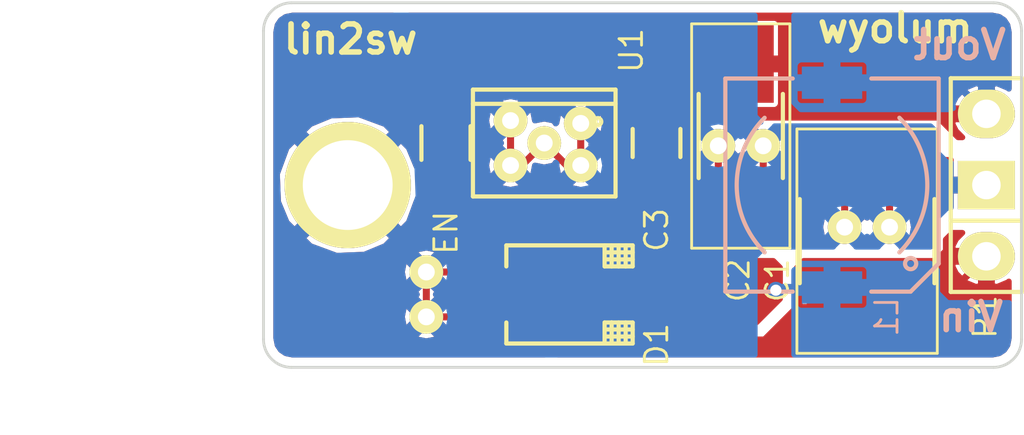
<source format=kicad_pcb>
(kicad_pcb (version 4) (host pcbnew "(2015-07-01 BZR 5850)-product")

  (general
    (links 29)
    (no_connects 0)
    (area 20.550002 24.9 57.326191 42.45)
    (thickness 1.6)
    (drawings 14)
    (tracks 69)
    (zones 0)
    (modules 20)
    (nets 7)
  )

  (page A4)
  (layers
    (0 F.Cu signal)
    (31 B.Cu signal)
    (32 B.Adhes user)
    (33 F.Adhes user)
    (34 B.Paste user)
    (35 F.Paste user)
    (36 B.SilkS user)
    (37 F.SilkS user)
    (38 B.Mask user)
    (39 F.Mask user)
    (40 Dwgs.User user)
    (41 Cmts.User user)
    (42 Eco1.User user)
    (43 Eco2.User user)
    (44 Edge.Cuts user)
    (45 Margin user)
    (46 B.CrtYd user)
    (47 F.CrtYd user)
    (48 B.Fab user)
    (49 F.Fab user)
  )

  (setup
    (last_trace_width 0.25)
    (trace_clearance 0.2)
    (zone_clearance 0.3)
    (zone_45_only yes)
    (trace_min 0.2)
    (segment_width 0.2)
    (edge_width 0.1)
    (via_size 0.6)
    (via_drill 0.4)
    (via_min_size 0.4)
    (via_min_drill 0.3)
    (uvia_size 0.3)
    (uvia_drill 0.1)
    (uvias_allowed no)
    (uvia_min_size 0.2)
    (uvia_min_drill 0.1)
    (pcb_text_width 0.3)
    (pcb_text_size 1.5 1.5)
    (mod_edge_width 0.15)
    (mod_text_size 0.8 0.8)
    (mod_text_width 0.1)
    (pad_size 4.5 4.5)
    (pad_drill 3.2)
    (pad_to_mask_clearance 0)
    (aux_axis_origin 0 0)
    (visible_elements FFFFFFFF)
    (pcbplotparams
      (layerselection 0x010f0_80000001)
      (usegerberextensions true)
      (excludeedgelayer false)
      (linewidth 0.050000)
      (plotframeref false)
      (viasonmask false)
      (mode 1)
      (useauxorigin false)
      (hpglpennumber 1)
      (hpglpenspeed 20)
      (hpglpendiameter 15)
      (hpglpenoverlay 2)
      (psnegative false)
      (psa4output false)
      (plotreference true)
      (plotvalue true)
      (plotinvisibletext false)
      (padsonsilk false)
      (subtractmaskfromsilk true)
      (outputformat 1)
      (mirror false)
      (drillshape 0)
      (scaleselection 1)
      (outputdirectory gerber/))
  )

  (net 0 "")
  (net 1 /CB)
  (net 2 /Vout)
  (net 3 "Net-(U1-Pad5)")
  (net 4 /GND)
  (net 5 /Vin)
  (net 6 /Vsw)

  (net_class Default "This is the default net class."
    (clearance 0.2)
    (trace_width 0.25)
    (via_dia 0.6)
    (via_drill 0.4)
    (uvia_dia 0.3)
    (uvia_drill 0.1)
    (add_net /CB)
    (add_net /GND)
    (add_net /Vin)
    (add_net /Vout)
    (add_net /Vsw)
    (add_net "Net-(U1-Pad5)")
  )

  (module lin2sw:via01 (layer F.Cu) (tedit 55DEF2D6) (tstamp 55DEF47E)
    (at 33.8 34.6)
    (fp_text reference REF** (at 0 1.25) (layer F.SilkS) hide
      (effects (font (size 0.8 0.8) (thickness 0.1)))
    )
    (fp_text value via01 (at 0 -1.5) (layer F.Fab) hide
      (effects (font (size 0.8 0.8) (thickness 0.1)))
    )
    (pad 1 thru_hole circle (at 0 0) (size 1.2 1.2) (drill 0.6) (layers *.Cu *.Mask F.SilkS)
      (net 4 /GND))
  )

  (module lin2sw:via01 (layer F.Cu) (tedit 55DEF2D6) (tstamp 55DEF441)
    (at 50.3 33)
    (fp_text reference REF** (at 0 1.25) (layer F.SilkS) hide
      (effects (font (size 0.8 0.8) (thickness 0.1)))
    )
    (fp_text value via01 (at 0 -1.5) (layer F.Fab) hide
      (effects (font (size 0.8 0.8) (thickness 0.1)))
    )
    (pad 1 thru_hole circle (at 0 0) (size 1.2 1.2) (drill 0.6) (layers *.Cu *.Mask F.SilkS)
      (net 4 /GND))
  )

  (module lin2sw:via01 (layer F.Cu) (tedit 55DEF2D6) (tstamp 55DEF43C)
    (at 48.7 33)
    (fp_text reference REF** (at 0 1.25) (layer F.SilkS) hide
      (effects (font (size 0.8 0.8) (thickness 0.1)))
    )
    (fp_text value via01 (at 0 -1.5) (layer F.Fab) hide
      (effects (font (size 0.8 0.8) (thickness 0.1)))
    )
    (pad 1 thru_hole circle (at 0 0) (size 1.2 1.2) (drill 0.6) (layers *.Cu *.Mask F.SilkS)
      (net 4 /GND))
  )

  (module lin2sw:via01 (layer F.Cu) (tedit 55DEF2D6) (tstamp 55DEF437)
    (at 36.8 29.2)
    (fp_text reference REF** (at 0 1.25) (layer F.SilkS) hide
      (effects (font (size 0.8 0.8) (thickness 0.1)))
    )
    (fp_text value via01 (at 0 -1.5) (layer F.Fab) hide
      (effects (font (size 0.8 0.8) (thickness 0.1)))
    )
    (pad 1 thru_hole circle (at 0 0) (size 1.2 1.2) (drill 0.6) (layers *.Cu *.Mask F.SilkS)
      (net 4 /GND))
  )

  (module lin2sw:via01 (layer F.Cu) (tedit 55DEF2D6) (tstamp 55DEF3FF)
    (at 39.3 30.8)
    (fp_text reference REF** (at 0 1.25) (layer F.SilkS) hide
      (effects (font (size 0.8 0.8) (thickness 0.1)))
    )
    (fp_text value via01 (at 0 -1.5) (layer F.Fab) hide
      (effects (font (size 0.8 0.8) (thickness 0.1)))
    )
    (pad 1 thru_hole circle (at 0 0) (size 1.2 1.2) (drill 0.6) (layers *.Cu *.Mask F.SilkS)
      (net 4 /GND))
  )

  (module lin2sw:via01 (layer F.Cu) (tedit 55DEF2D6) (tstamp 55DEF3FA)
    (at 33.8 36.2)
    (fp_text reference REF** (at 0 1.25) (layer F.SilkS) hide
      (effects (font (size 0.8 0.8) (thickness 0.1)))
    )
    (fp_text value via01 (at 0 -1.5) (layer F.Fab) hide
      (effects (font (size 0.8 0.8) (thickness 0.1)))
    )
    (pad 1 thru_hole circle (at 0 0) (size 1.2 1.2) (drill 0.6) (layers *.Cu *.Mask F.SilkS)
      (net 4 /GND))
  )

  (module lin2sw:via01 (layer F.Cu) (tedit 55DEF2D6) (tstamp 55DEF3F5)
    (at 39.3 29.3)
    (fp_text reference REF** (at 0 1.25) (layer F.SilkS) hide
      (effects (font (size 0.8 0.8) (thickness 0.1)))
    )
    (fp_text value via01 (at 0 -1.5) (layer F.Fab) hide
      (effects (font (size 0.8 0.8) (thickness 0.1)))
    )
    (pad 1 thru_hole circle (at 0 0) (size 1.2 1.2) (drill 0.6) (layers *.Cu *.Mask F.SilkS)
      (net 4 /GND))
  )

  (module lin2sw:via01 (layer F.Cu) (tedit 55DEF2D6) (tstamp 55DEF3F0)
    (at 36.8 30.8)
    (fp_text reference REF** (at 0 1.25) (layer F.SilkS) hide
      (effects (font (size 0.8 0.8) (thickness 0.1)))
    )
    (fp_text value via01 (at 0 -1.5) (layer F.Fab) hide
      (effects (font (size 0.8 0.8) (thickness 0.1)))
    )
    (pad 1 thru_hole circle (at 0 0) (size 1.2 1.2) (drill 0.6) (layers *.Cu *.Mask F.SilkS)
      (net 4 /GND))
  )

  (module lin2sw:via01 (layer F.Cu) (tedit 55DEF2D6) (tstamp 55DEF3EB)
    (at 45.8 30.1)
    (fp_text reference REF** (at 0 1.25) (layer F.SilkS) hide
      (effects (font (size 0.8 0.8) (thickness 0.1)))
    )
    (fp_text value via01 (at 0 -1.5) (layer F.Fab) hide
      (effects (font (size 0.8 0.8) (thickness 0.1)))
    )
    (pad 1 thru_hole circle (at 0 0) (size 1.2 1.2) (drill 0.6) (layers *.Cu *.Mask F.SilkS)
      (net 4 /GND))
  )

  (module lin2sw:via01 (layer F.Cu) (tedit 55DEF2D6) (tstamp 55DEF3E0)
    (at 44.2 30.1)
    (fp_text reference REF** (at 0 1.25) (layer F.SilkS) hide
      (effects (font (size 0.8 0.8) (thickness 0.1)))
    )
    (fp_text value via01 (at 0 -1.5) (layer F.Fab) hide
      (effects (font (size 0.8 0.8) (thickness 0.1)))
    )
    (pad 1 thru_hole circle (at 0 0) (size 1.2 1.2) (drill 0.6) (layers *.Cu *.Mask F.SilkS)
      (net 4 /GND))
  )

  (module lin2sw:C_2917_HandSoldering (layer F.Cu) (tedit 55DF0D76) (tstamp 55DED561)
    (at 49.5 33.5 90)
    (descr "Capacitor SMD 2225, hand soldering")
    (tags "capacitor 2225")
    (path /55DEB68C)
    (attr smd)
    (fp_text reference C1 (at -1.4 -3.2 90) (layer F.SilkS)
      (effects (font (size 0.8 0.8) (thickness 0.1)))
    )
    (fp_text value "15uF 50V" (at 0 4.7 90) (layer F.SilkS) hide
      (effects (font (size 0.8 0.8) (thickness 0.1)))
    )
    (fp_line (start 4 -2.5) (end 4 2.5) (layer F.SilkS) (width 0.1))
    (fp_line (start 4 2.5) (end -4 2.5) (layer F.SilkS) (width 0.1))
    (fp_line (start -4 2.5) (end -4 -2.5) (layer F.SilkS) (width 0.1))
    (fp_line (start -4 -2.5) (end 4 -2.5) (layer F.SilkS) (width 0.1))
    (fp_line (start 1.5 -2.4) (end -1.5 -2.4) (layer F.SilkS) (width 0.15))
    (fp_line (start -1.5 2.4) (end 1.5 2.4) (layer F.SilkS) (width 0.15))
    (pad 1 smd rect (at -2.54 0 90) (size 2.4 4.3) (layers F.Cu F.Paste F.Mask)
      (net 5 /Vin))
    (pad 2 smd rect (at 2.54 0 90) (size 2.4 4.3) (layers F.Cu F.Paste F.Mask)
      (net 4 /GND))
    (model /home/anool/projects-git/lin2sw/kicad/3d_modules/C_2225_HandSoldering.wrl
      (at (xyz 0 0 0))
      (scale (xyz 1 0.75 1))
      (rotate (xyz 0 0 0))
    )
  )

  (module lin2sw:C_2312_HandSoldering (layer F.Cu) (tedit 55DF0D9A) (tstamp 55DED56C)
    (at 45 29.75 270)
    (descr "Capacitor SMD 2225, hand soldering")
    (tags "capacitor 2225")
    (path /55DEB808)
    (attr smd)
    (fp_text reference C2 (at 5.15 0.1 270) (layer F.SilkS)
      (effects (font (size 0.8 0.8) (thickness 0.1)))
    )
    (fp_text value "68uF 16V" (at 0 4.7 270) (layer F.SilkS) hide
      (effects (font (size 0.8 0.8) (thickness 0.1)))
    )
    (fp_line (start -4 -1.75) (end 4 -1.75) (layer F.SilkS) (width 0.1))
    (fp_line (start 4 -1.75) (end 4 1.75) (layer F.SilkS) (width 0.1))
    (fp_line (start 4 1.75) (end -4 1.75) (layer F.SilkS) (width 0.1))
    (fp_line (start -4 1.75) (end -4 -1.75) (layer F.SilkS) (width 0.1))
    (fp_line (start 1.5 -1.5) (end -1.5 -1.5) (layer F.SilkS) (width 0.15))
    (fp_line (start -1.5 1.5) (end 1.5 1.5) (layer F.SilkS) (width 0.15))
    (pad 1 smd rect (at -2.57 0 270) (size 2.77 2.35) (layers F.Cu F.Paste F.Mask)
      (net 2 /Vout))
    (pad 2 smd rect (at 2.57 0 270) (size 2.77 2.35) (layers F.Cu F.Paste F.Mask)
      (net 4 /GND))
    (model /home/anool/projects-git/lin2sw/kicad/3d_modules/C_2225_HandSoldering.wrl
      (at (xyz 0 0 0))
      (scale (xyz 1 0.5 1))
      (rotate (xyz 0 0 0))
    )
  )

  (module lin2sw:C_0805_HandSoldering (layer F.Cu) (tedit 55DF0D8C) (tstamp 55DED577)
    (at 42 30 90)
    (descr "Capacitor SMD 0805, hand soldering")
    (tags "capacitor 0805")
    (path /55DEB932)
    (attr smd)
    (fp_text reference C3 (at -3.1 0 90) (layer F.SilkS)
      (effects (font (size 0.8 0.8) (thickness 0.1)))
    )
    (fp_text value 10nF (at 0 2.1 90) (layer F.SilkS) hide
      (effects (font (size 0.8 0.8) (thickness 0.1)))
    )
    (fp_line (start -2.3 -1) (end 2.3 -1) (layer F.CrtYd) (width 0.05))
    (fp_line (start -2.3 1) (end 2.3 1) (layer F.CrtYd) (width 0.05))
    (fp_line (start -2.3 -1) (end -2.3 1) (layer F.CrtYd) (width 0.05))
    (fp_line (start 2.3 -1) (end 2.3 1) (layer F.CrtYd) (width 0.05))
    (fp_line (start 0.5 -0.85) (end -0.5 -0.85) (layer F.SilkS) (width 0.15))
    (fp_line (start -0.5 0.85) (end 0.5 0.85) (layer F.SilkS) (width 0.15))
    (pad 1 smd rect (at -1.25 0 90) (size 1.5 1.25) (layers F.Cu F.Paste F.Mask)
      (net 6 /Vsw))
    (pad 2 smd rect (at 1.25 0 90) (size 1.5 1.25) (layers F.Cu F.Paste F.Mask)
      (net 1 /CB))
    (model /home/anool/projects-git/lin2sw/kicad/3d_modules/C_0805_HandSoldering.wrl
      (at (xyz 0 0 0))
      (scale (xyz 1 1 1))
      (rotate (xyz 0 0 0))
    )
  )

  (module lin2sw:Pin_Header_Straight_1x03 (layer F.Cu) (tedit 55DF0D6D) (tstamp 55DED5B1)
    (at 53.75 31.5 90)
    (descr "Through hole pin header")
    (tags "pin header")
    (path /55DEBC55)
    (fp_text reference P1 (at -4.7 -0.05 90) (layer F.SilkS)
      (effects (font (size 0.8 0.8) (thickness 0.1)))
    )
    (fp_text value TO220 (at 0 0 90) (layer F.SilkS) hide
      (effects (font (size 0.8 0.8) (thickness 0.1)))
    )
    (fp_line (start -1.27 1.27) (end 3.81 1.27) (layer F.SilkS) (width 0.15))
    (fp_line (start 3.81 1.27) (end 3.81 -1.27) (layer F.SilkS) (width 0.15))
    (fp_line (start 3.81 -1.27) (end -1.27 -1.27) (layer F.SilkS) (width 0.15))
    (fp_line (start -3.81 -1.27) (end -1.27 -1.27) (layer F.SilkS) (width 0.15))
    (fp_line (start -1.27 -1.27) (end -1.27 1.27) (layer F.SilkS) (width 0.15))
    (fp_line (start -3.81 -1.27) (end -3.81 1.27) (layer F.SilkS) (width 0.15))
    (fp_line (start -3.81 1.27) (end -1.27 1.27) (layer F.SilkS) (width 0.15))
    (pad 1 thru_hole oval (at -2.54 0 90) (size 1.7272 2.032) (drill 1.016) (layers *.Cu *.Mask F.SilkS)
      (net 5 /Vin))
    (pad 2 thru_hole rect (at 0 0 90) (size 1.7272 2.032) (drill 1.016) (layers *.Cu *.Mask F.SilkS)
      (net 4 /GND))
    (pad 3 thru_hole oval (at 2.54 0 90) (size 1.7272 2.032) (drill 1.016) (layers *.Cu *.Mask F.SilkS)
      (net 2 /Vout))
    (model /home/anool/projects-git/lin2sw/kicad/3d_modules/Pin_Header_Angled_1x03.wrl
      (at (xyz 0 0 0))
      (scale (xyz 1 1 1))
      (rotate (xyz 0 0 -180))
    )
  )

  (module lin2sw:SO-8 (layer F.Cu) (tedit 55DF0D4F) (tstamp 55DED5BE)
    (at 38 30 180)
    (descr "SO-8 Surface Mount Small Outline 150mil 8pin Package")
    (tags "Power Integrations D Package")
    (path /55DEB664)
    (fp_text reference U1 (at -3.1 3.3 270) (layer F.SilkS)
      (effects (font (size 0.8 0.8) (thickness 0.1)))
    )
    (fp_text value LM2675-5.0 (at 0 0 180) (layer F.SilkS) hide
      (effects (font (size 0.8 0.8) (thickness 0.1)))
    )
    (fp_circle (center -1.905 0.762) (end -1.778 0.762) (layer F.SilkS) (width 0.15))
    (fp_line (start -2.54 1.397) (end 2.54 1.397) (layer F.SilkS) (width 0.15))
    (fp_line (start -2.54 -1.905) (end 2.54 -1.905) (layer F.SilkS) (width 0.15))
    (fp_line (start -2.54 1.905) (end 2.54 1.905) (layer F.SilkS) (width 0.15))
    (fp_line (start -2.54 1.905) (end -2.54 -1.905) (layer F.SilkS) (width 0.15))
    (fp_line (start 2.54 1.905) (end 2.54 -1.905) (layer F.SilkS) (width 0.15))
    (pad 1 smd oval (at -1.905 2.794 180) (size 0.6096 1.4732) (layers F.Cu F.Paste F.Mask)
      (net 1 /CB))
    (pad 2 smd oval (at -0.635 2.794 180) (size 0.6096 1.4732) (layers F.Cu F.Paste F.Mask)
      (net 4 /GND))
    (pad 3 smd oval (at 0.635 2.794 180) (size 0.6096 1.4732) (layers F.Cu F.Paste F.Mask)
      (net 4 /GND))
    (pad 4 smd oval (at 1.905 2.794 180) (size 0.6096 1.4732) (layers F.Cu F.Paste F.Mask)
      (net 2 /Vout))
    (pad 5 smd oval (at 1.905 -2.794 180) (size 0.6096 1.4732) (layers F.Cu F.Paste F.Mask)
      (net 3 "Net-(U1-Pad5)"))
    (pad 6 smd oval (at 0.635 -2.794 180) (size 0.6096 1.4732) (layers F.Cu F.Paste F.Mask)
      (net 4 /GND))
    (pad 7 smd oval (at -0.635 -2.794 180) (size 0.6096 1.4732) (layers F.Cu F.Paste F.Mask)
      (net 5 /Vin))
    (pad 8 smd oval (at -1.905 -2.794 180) (size 0.6096 1.4732) (layers F.Cu F.Paste F.Mask)
      (net 6 /Vsw))
    (model /home/anool/projects-git/lin2sw/kicad/3d_modules/SOIC-8_3.9x4.9mm_Pitch1.27mm.wrl
      (at (xyz 0 0 0))
      (scale (xyz 1 1 1))
      (rotate (xyz 0 0 -90))
    )
  )

  (module lin2sw:R_0805_HandSoldering (layer F.Cu) (tedit 55DF0DB0) (tstamp 55DED5CF)
    (at 34.5 30 90)
    (descr "Resistor SMD 0805, hand soldering")
    (tags "resistor 0805")
    (path /55DEC324)
    (attr smd)
    (fp_text reference W1 (at 3.2 -0.4 90) (layer F.SilkS) hide
      (effects (font (size 0.8 0.8) (thickness 0.1)))
    )
    (fp_text value EN (at -3.2 0 90) (layer F.SilkS)
      (effects (font (size 0.8 0.8) (thickness 0.1)))
    )
    (fp_line (start -2.4 -1) (end 2.4 -1) (layer F.CrtYd) (width 0.05))
    (fp_line (start -2.4 1) (end 2.4 1) (layer F.CrtYd) (width 0.05))
    (fp_line (start -2.4 -1) (end -2.4 1) (layer F.CrtYd) (width 0.05))
    (fp_line (start 2.4 -1) (end 2.4 1) (layer F.CrtYd) (width 0.05))
    (fp_line (start 0.6 0.875) (end -0.6 0.875) (layer F.SilkS) (width 0.15))
    (fp_line (start -0.6 -0.875) (end 0.6 -0.875) (layer F.SilkS) (width 0.15))
    (pad 1 smd rect (at -1.35 0 90) (size 1.5 1.3) (layers F.Cu F.Paste F.Mask)
      (net 3 "Net-(U1-Pad5)"))
    (pad 2 smd rect (at 1.35 0 90) (size 1.5 1.3) (layers F.Cu F.Paste F.Mask)
      (net 4 /GND))
    (model /home/anool/projects-git/lin2sw/kicad/3d_modules/R_0805_HandSoldering.wrl
      (at (xyz 0 0 0))
      (scale (xyz 1 1 1))
      (rotate (xyz 0 0 0))
    )
  )

  (module lin2sw:Choke_SMD_Pulse-PE1167 (layer B.Cu) (tedit 55DF1141) (tstamp 55DEDACE)
    (at 48.25 31.5 90)
    (descr "Choke, Drossel, WE-PD, Typ M, Typ S, Wuerth, SMD, Handsoldering,")
    (tags "Choke, Drossel, WE-PD, Typ M, Typ S, Wuerth, SMD, Handsoldering,")
    (path /55DEB8DF)
    (attr smd)
    (fp_text reference L1 (at -4.7 1.95 90) (layer B.SilkS)
      (effects (font (size 0.8 0.8) (thickness 0.1)) (justify mirror))
    )
    (fp_text value 33uH (at 0 -8.89 90) (layer B.SilkS) hide
      (effects (font (size 0.8 0.8) (thickness 0.1)) (justify mirror))
    )
    (fp_arc (start 0 0) (end 2.4 -2.4) (angle -90) (layer B.SilkS) (width 0.15))
    (fp_arc (start 0 0) (end -2.4 2.4) (angle -90) (layer B.SilkS) (width 0.15))
    (fp_line (start -2.8 3.8) (end 3.8 3.8) (layer B.SilkS) (width 0.15))
    (fp_line (start -3.8 2.8) (end -3.8 1.4) (layer B.SilkS) (width 0.15))
    (fp_line (start -3.8 2.8) (end -2.8 3.8) (layer B.SilkS) (width 0.15))
    (fp_circle (center -2.8 2.8) (end -3 2.8) (layer B.SilkS) (width 0.15))
    (fp_line (start -3.8 -1.4) (end -3.8 -3.8) (layer B.SilkS) (width 0.15))
    (fp_line (start -3.8 -3.8) (end 3.8 -3.8) (layer B.SilkS) (width 0.15))
    (fp_line (start 3.8 -3.8) (end 3.8 -1.4) (layer B.SilkS) (width 0.15))
    (fp_line (start 3.8 3.8) (end 3.8 1.4) (layer B.SilkS) (width 0.15))
    (pad 1 smd rect (at -3.65 0 90) (size 1.15 2.15) (layers B.Cu B.Paste B.Mask)
      (net 6 /Vsw))
    (pad 2 smd rect (at 3.65 0 90) (size 1.15 2.15) (layers B.Cu B.Paste B.Mask)
      (net 2 /Vout))
    (model /home/anool/projects-git/lin2sw/kicad/3d_modules/Choke_SMD_12x12mm_h6mm.wrl
      (at (xyz 0 0 0))
      (scale (xyz 2.54 2.54 2.54))
      (rotate (xyz 0 0 0))
    )
  )

  (module lin2sw:Diode-SMA_Handsoldering (layer F.Cu) (tedit 55DF0D96) (tstamp 55DED57C)
    (at 38.9 35.4)
    (descr "Diode SMA Handsoldering")
    (tags "Diode SMA Handsoldering")
    (path /55DEBAFF)
    (attr smd)
    (fp_text reference D1 (at 3.1 1.8 90) (layer F.SilkS)
      (effects (font (size 0.8 0.8) (thickness 0.1)))
    )
    (fp_text value SK35 (at 0 3.81) (layer F.SilkS) hide
      (effects (font (size 0.8 0.8) (thickness 0.1)))
    )
    (fp_line (start 2.25 -1.25) (end 1.25 -1.25) (layer F.SilkS) (width 0.15))
    (fp_line (start 1.25 -1.5) (end 2.25 -1.5) (layer F.SilkS) (width 0.15))
    (fp_line (start 1.5 -1) (end 1.5 -1.75) (layer F.SilkS) (width 0.15))
    (fp_line (start 1.75 -1.75) (end 1.75 -1) (layer F.SilkS) (width 0.15))
    (fp_line (start 2 -1) (end 2 -1.75) (layer F.SilkS) (width 0.15))
    (fp_line (start 2 1.75) (end 2 1) (layer F.SilkS) (width 0.15))
    (fp_line (start 1.75 1) (end 1.75 1.75) (layer F.SilkS) (width 0.15))
    (fp_line (start 1.5 1.75) (end 1.5 1) (layer F.SilkS) (width 0.15))
    (fp_line (start 2.25 1.5) (end 1.25 1.5) (layer F.SilkS) (width 0.15))
    (fp_line (start 1.25 1.25) (end 2.25 1.25) (layer F.SilkS) (width 0.15))
    (fp_line (start 2.25 1) (end 1.5 1) (layer F.SilkS) (width 0.15))
    (fp_line (start 1.5 1) (end 1.25 1) (layer F.SilkS) (width 0.15))
    (fp_line (start 1.25 1) (end 1.25 1.75) (layer F.SilkS) (width 0.15))
    (fp_line (start 2.25 -1.75) (end 2.25 -1) (layer F.SilkS) (width 0.15))
    (fp_line (start 2.25 -1) (end 1.25 -1) (layer F.SilkS) (width 0.15))
    (fp_line (start 1.25 -1) (end 1.25 -1.75) (layer F.SilkS) (width 0.15))
    (fp_line (start 2.25 1.75) (end 2.25 1) (layer F.SilkS) (width 0.15))
    (fp_line (start -2.25 1.75) (end 2.25 1.75) (layer F.SilkS) (width 0.15))
    (fp_line (start -2.25 1) (end -2.25 1.75) (layer F.SilkS) (width 0.15))
    (fp_line (start 2.25 -1.75) (end -2.25 -1.75) (layer F.SilkS) (width 0.15))
    (fp_line (start -2.25 -1) (end -2.25 -1.75) (layer F.SilkS) (width 0.15))
    (fp_text user A (at -3.29946 1.6002) (layer F.SilkS) hide
      (effects (font (size 1 1) (thickness 0.15)))
    )
    (fp_text user K (at 2.99974 1.69926) (layer F.SilkS) hide
      (effects (font (size 1 1) (thickness 0.15)))
    )
    (pad 1 smd rect (at -2.49936 0) (size 3.50012 1.80086) (layers F.Cu F.Paste F.Mask)
      (net 4 /GND))
    (pad 2 smd rect (at 2.49936 0) (size 3.50012 1.80086) (layers F.Cu F.Paste F.Mask)
      (net 6 /Vsw))
    (model /home/anool/projects-git/lin2sw/kicad/3d_modules/Diode-SMA_Handsoldering.wrl
      (at (xyz 0 0 0))
      (scale (xyz 0.3937 0.3937 0.3937))
      (rotate (xyz 0 0 0))
    )
  )

  (module lin2sw:via01 (layer F.Cu) (tedit 55DEF2D6) (tstamp 55DEF3CD)
    (at 38 30)
    (fp_text reference REF** (at 0 1.25) (layer F.SilkS) hide
      (effects (font (size 0.8 0.8) (thickness 0.1)))
    )
    (fp_text value via01 (at 0 -1.5) (layer F.Fab) hide
      (effects (font (size 0.8 0.8) (thickness 0.1)))
    )
    (pad 1 thru_hole circle (at 0 0) (size 1.2 1.2) (drill 0.6) (layers *.Cu *.Mask F.SilkS)
      (net 4 /GND))
  )

  (module lin2sw:via01 (layer F.Cu) (tedit 55DF0E63) (tstamp 55DF0C17)
    (at 31 31.5)
    (fp_text reference REF** (at 0 1.25) (layer F.SilkS) hide
      (effects (font (size 0.5 0.5) (thickness 0.1)))
    )
    (fp_text value via01 (at 0 -1.5) (layer F.Fab) hide
      (effects (font (size 0.5 0.5) (thickness 0.1)))
    )
    (pad 1 thru_hole circle (at 0 0) (size 4.5 4.5) (drill 3.2) (layers *.Cu *.Mask F.SilkS)
      (net 4 /GND))
  )

  (dimension 27 (width 0.2) (layer Dwgs.User)
    (gr_text "27 mm" (at 41.5 41.099999) (layer Dwgs.User)
      (effects (font (size 1.5 1.5) (thickness 0.2)))
    )
    (feature1 (pts (xy 55 39) (xy 55 42.449999)))
    (feature2 (pts (xy 28 39) (xy 28 42.449999)))
    (crossbar (pts (xy 28 39.749999) (xy 55 39.749999)))
    (arrow1a (pts (xy 55 39.749999) (xy 53.873496 40.33642)))
    (arrow1b (pts (xy 55 39.749999) (xy 53.873496 39.163578)))
    (arrow2a (pts (xy 28 39.749999) (xy 29.126504 40.33642)))
    (arrow2b (pts (xy 28 39.749999) (xy 29.126504 39.163578)))
  )
  (dimension 13 (width 0.2) (layer Dwgs.User)
    (gr_text "13 mm" (at 24.650001 31.5 270) (layer Dwgs.User)
      (effects (font (size 1.5 1.5) (thickness 0.2)))
    )
    (feature1 (pts (xy 27 38) (xy 23.300001 38)))
    (feature2 (pts (xy 27 25) (xy 23.300001 25)))
    (crossbar (pts (xy 26.000001 25) (xy 26.000001 38)))
    (arrow1a (pts (xy 26.000001 38) (xy 25.41358 36.873496)))
    (arrow1b (pts (xy 26.000001 38) (xy 26.586422 36.873496)))
    (arrow2a (pts (xy 26.000001 25) (xy 25.41358 26.126504)))
    (arrow2b (pts (xy 26.000001 25) (xy 26.586422 26.126504)))
  )
  (gr_text Vout (at 52.8 26.5) (layer B.SilkS)
    (effects (font (size 1 1) (thickness 0.2)) (justify mirror))
  )
  (gr_text Vin (at 53.2 36.2) (layer B.SilkS)
    (effects (font (size 1 1) (thickness 0.2)) (justify mirror))
  )
  (gr_text lin2sw (at 31.1 26.3) (layer F.SilkS)
    (effects (font (size 1 1) (thickness 0.2)))
  )
  (gr_text wyolum (at 50.5 25.9) (layer F.SilkS)
    (effects (font (size 1 1) (thickness 0.2)))
  )
  (gr_line (start 28 37) (end 28 26) (angle 90) (layer Edge.Cuts) (width 0.1))
  (gr_line (start 54 38) (end 29 38) (angle 90) (layer Edge.Cuts) (width 0.1))
  (gr_line (start 55 26) (end 55 37) (angle 90) (layer Edge.Cuts) (width 0.1))
  (gr_line (start 29 25) (end 54 25) (angle 90) (layer Edge.Cuts) (width 0.1))
  (gr_arc (start 54 26) (end 54 25) (angle 90) (layer Edge.Cuts) (width 0.1))
  (gr_arc (start 54 37) (end 55 37) (angle 90) (layer Edge.Cuts) (width 0.1))
  (gr_arc (start 29 37) (end 29 38) (angle 90) (layer Edge.Cuts) (width 0.1))
  (gr_arc (start 29 26) (end 28 26) (angle 90) (layer Edge.Cuts) (width 0.1))

  (segment (start 39.905 27.206) (end 41.206 27.206) (width 0.25) (layer F.Cu) (net 1))
  (segment (start 41.206 27.206) (end 42 28) (width 0.25) (layer F.Cu) (net 1) (tstamp 55DF020E))
  (segment (start 42 28) (end 42 28.75) (width 0.25) (layer F.Cu) (net 1) (tstamp 55DF020F))
  (segment (start 36.095 27.206) (end 36.095 26.155) (width 0.25) (layer F.Cu) (net 2))
  (segment (start 36.45 25.8) (end 41.45 25.8) (width 0.25) (layer F.Cu) (net 2) (tstamp 55DF00B6))
  (segment (start 41.45 25.8) (end 42.83 27.18) (width 0.25) (layer F.Cu) (net 2) (tstamp 55DF00B8))
  (segment (start 42.83 27.18) (end 45 27.18) (width 0.25) (layer F.Cu) (net 2) (tstamp 55DF00BB))
  (segment (start 36.095 26.155) (end 36.45 25.8) (width 0.25) (layer F.Cu) (net 2) (tstamp 55DF01A9))
  (segment (start 48.25 27.85) (end 52.64 27.85) (width 0.25) (layer B.Cu) (net 2))
  (segment (start 52.64 27.85) (end 53.75 28.96) (width 0.25) (layer B.Cu) (net 2) (tstamp 55DF0140))
  (segment (start 45 27.18) (end 51.97 27.18) (width 0.25) (layer F.Cu) (net 2))
  (segment (start 51.97 27.18) (end 53.75 28.96) (width 0.25) (layer F.Cu) (net 2) (tstamp 55DF0001))
  (segment (start 36.095 32.794) (end 35.094 32.794) (width 0.25) (layer F.Cu) (net 3))
  (segment (start 34.5 32.2) (end 34.5 31.35) (width 0.25) (layer F.Cu) (net 3) (tstamp 55DF0200))
  (segment (start 35.094 32.794) (end 34.5 32.2) (width 0.25) (layer F.Cu) (net 3) (tstamp 55DF01FF))
  (segment (start 45.8 30.1) (end 45.8 31.52) (width 0.25) (layer F.Cu) (net 4))
  (segment (start 45.8 31.52) (end 45 32.32) (width 0.25) (layer F.Cu) (net 4) (tstamp 55DF02D7))
  (segment (start 44.2 30.1) (end 44.2 31.52) (width 0.25) (layer F.Cu) (net 4))
  (segment (start 44.2 31.52) (end 45 32.32) (width 0.25) (layer F.Cu) (net 4) (tstamp 55DF02D4))
  (segment (start 48.7 33) (end 48.7 31.76) (width 0.25) (layer F.Cu) (net 4))
  (segment (start 48.7 31.76) (end 49.5 30.96) (width 0.25) (layer F.Cu) (net 4) (tstamp 55DF02D1))
  (segment (start 50.3 33) (end 50.3 31.76) (width 0.25) (layer F.Cu) (net 4))
  (segment (start 50.3 31.76) (end 49.5 30.96) (width 0.25) (layer F.Cu) (net 4) (tstamp 55DF02CE))
  (segment (start 33.8 36.2) (end 35.60064 36.2) (width 0.25) (layer F.Cu) (net 4))
  (segment (start 35.60064 36.2) (end 36.40064 35.4) (width 0.25) (layer F.Cu) (net 4) (tstamp 55DF02C9))
  (segment (start 33.8 34.6) (end 35.60064 34.6) (width 0.25) (layer F.Cu) (net 4))
  (segment (start 35.60064 34.6) (end 36.40064 35.4) (width 0.25) (layer F.Cu) (net 4) (tstamp 55DF02C6))
  (segment (start 33.8 34.6) (end 33.8 36.2) (width 0.25) (layer F.Cu) (net 4))
  (segment (start 37.365 32.794) (end 37.365 31.365) (width 0.25) (layer F.Cu) (net 4))
  (segment (start 37.365 31.365) (end 36.8 30.8) (width 0.25) (layer F.Cu) (net 4) (tstamp 55DF02BF))
  (segment (start 34.5 28.65) (end 36.25 28.65) (width 0.25) (layer F.Cu) (net 4))
  (segment (start 36.25 28.65) (end 36.8 29.2) (width 0.25) (layer F.Cu) (net 4) (tstamp 55DF02BA))
  (segment (start 36.8 30.8) (end 36.8 29.2) (width 0.25) (layer F.Cu) (net 4))
  (segment (start 36.8 30.8) (end 37.2 30.8) (width 0.25) (layer F.Cu) (net 4))
  (segment (start 37.2 30.8) (end 38 30) (width 0.25) (layer F.Cu) (net 4) (tstamp 55DF02B4))
  (segment (start 39.3 29.3) (end 39.3 30.8) (width 0.25) (layer F.Cu) (net 4))
  (segment (start 39.3 30.8) (end 38.8 30.8) (width 0.25) (layer F.Cu) (net 4))
  (segment (start 38.8 30.8) (end 38 30) (width 0.25) (layer F.Cu) (net 4) (tstamp 55DF02A6))
  (segment (start 38.635 27.206) (end 38.635 28.635) (width 0.25) (layer F.Cu) (net 4))
  (segment (start 38.635 28.635) (end 39.3 29.3) (width 0.25) (layer F.Cu) (net 4) (tstamp 55DF0291))
  (segment (start 37.365 27.206) (end 37.365 28.635) (width 0.25) (layer F.Cu) (net 4))
  (segment (start 37.365 28.635) (end 36.8 29.2) (width 0.25) (layer F.Cu) (net 4) (tstamp 55DF028D))
  (segment (start 37.365 32.794) (end 37.365 33.535) (width 0.25) (layer F.Cu) (net 4))
  (segment (start 36.40064 34.49936) (end 36.40064 35.4) (width 0.25) (layer F.Cu) (net 4) (tstamp 55DF01B1))
  (segment (start 37.365 33.535) (end 36.40064 34.49936) (width 0.25) (layer F.Cu) (net 4) (tstamp 55DF01B0))
  (segment (start 49.5 30.96) (end 47.54 30.96) (width 0.25) (layer F.Cu) (net 4))
  (segment (start 47.54 30.96) (end 46.18 32.32) (width 0.25) (layer F.Cu) (net 4) (tstamp 55DF000D))
  (segment (start 46.18 32.32) (end 45 32.32) (width 0.25) (layer F.Cu) (net 4) (tstamp 55DF000F))
  (segment (start 49.5 30.96) (end 51.71 30.96) (width 0.25) (layer F.Cu) (net 4))
  (segment (start 52.25 31.5) (end 53.75 31.5) (width 0.25) (layer F.Cu) (net 4) (tstamp 55DF0006))
  (segment (start 51.71 30.96) (end 52.25 31.5) (width 0.25) (layer F.Cu) (net 4) (tstamp 55DF0005))
  (segment (start 38.635 32.794) (end 38.635 36.635) (width 0.25) (layer F.Cu) (net 5))
  (segment (start 38.885 36.885) (end 39.25 37.25) (width 0.25) (layer F.Cu) (net 5) (tstamp 55DF00CB))
  (segment (start 39.25 37.25) (end 46 37.25) (width 0.25) (layer F.Cu) (net 5) (tstamp 55DF00CD))
  (segment (start 46 37.25) (end 47.21 36.04) (width 0.25) (layer F.Cu) (net 5) (tstamp 55DF00CE))
  (segment (start 47.21 36.04) (end 49.5 36.04) (width 0.25) (layer F.Cu) (net 5) (tstamp 55DF00D3))
  (segment (start 38.635 36.635) (end 38.885 36.885) (width 0.25) (layer F.Cu) (net 5) (tstamp 55DF056D))
  (segment (start 49.5 36.04) (end 51.75 36.04) (width 0.25) (layer F.Cu) (net 5))
  (segment (start 51.75 36.04) (end 53.75 34.04) (width 0.25) (layer F.Cu) (net 5) (tstamp 55DF0009))
  (segment (start 42 31.25) (end 42 32.19336) (width 0.25) (layer F.Cu) (net 6))
  (segment (start 42 32.19336) (end 41.39936 32.794) (width 0.25) (layer F.Cu) (net 6) (tstamp 55DF020B))
  (segment (start 41.39936 35.4) (end 41.39936 32.794) (width 0.25) (layer F.Cu) (net 6))
  (segment (start 39.905 32.794) (end 41.39936 32.794) (width 0.25) (layer F.Cu) (net 6))
  (segment (start 41.39936 35.4) (end 46.1 35.4) (width 0.25) (layer F.Cu) (net 6))
  (segment (start 46.35 35.15) (end 48.25 35.15) (width 0.25) (layer B.Cu) (net 6) (tstamp 55DF0121))
  (segment (start 46.25 35.25) (end 46.35 35.15) (width 0.25) (layer B.Cu) (net 6) (tstamp 55DF0120))
  (via (at 46.25 35.25) (size 0.6) (drill 0.4) (layers F.Cu B.Cu) (net 6))
  (segment (start 46.1 35.4) (end 46.25 35.25) (width 0.25) (layer F.Cu) (net 6) (tstamp 55DF010E))
  (segment (start 41.456 35.34336) (end 41.39936 35.4) (width 0.25) (layer F.Cu) (net 6) (tstamp 55DF0035))

  (zone (net 4) (net_name /GND) (layer B.Cu) (tstamp 55DF032C) (hatch edge 0.508)
    (connect_pads (clearance 0.3))
    (min_thickness 0.2)
    (fill yes (arc_segments 16) (thermal_gap 0.15) (thermal_bridge_width 0.6))
    (polygon
      (pts
        (xy 55 31.5) (xy 55 30.6) (xy 52.4 30.6) (xy 52.1 30.3) (xy 52.1 29.6)
        (xy 51.8 29.3) (xy 45.9 29.3) (xy 45.6 29) (xy 45.6 25) (xy 28 25)
        (xy 28 38) (xy 45.6 38) (xy 45.6 34.1) (xy 45.9 33.8) (xy 51.8 33.8)
        (xy 52.1 33.5) (xy 52.1 32.7) (xy 52.4 32.4) (xy 55 32.4) (xy 55 31.5)
      )
    )
    (filled_polygon
      (pts
        (xy 45.5 29) (xy 45.507612 29.038269) (xy 45.529289 29.070711) (xy 45.710035 29.251457) (xy 45.470548 29.29841)
        (xy 45.466148 29.300233) (xy 45.390667 29.407824) (xy 45.8 29.817157) (xy 46.209333 29.407824) (xy 46.203844 29.4)
        (xy 51.758578 29.4) (xy 52 29.641422) (xy 52 30.3) (xy 52.007612 30.338269) (xy 52.029289 30.370711)
        (xy 52.329289 30.670711) (xy 52.361731 30.692388) (xy 52.361732 30.692388) (xy 52.4 30.7) (xy 52.484 30.7)
        (xy 52.484 31.2375) (xy 52.5465 31.3) (xy 53.55 31.3) (xy 53.55 31.28) (xy 53.95 31.28)
        (xy 53.95 31.3) (xy 53.97 31.3) (xy 53.97 31.7) (xy 53.95 31.7) (xy 53.95 31.72)
        (xy 53.55 31.72) (xy 53.55 31.7) (xy 52.5465 31.7) (xy 52.484 31.7625) (xy 52.484 32.3)
        (xy 52.4 32.3) (xy 52.361731 32.307612) (xy 52.329289 32.329289) (xy 52.029289 32.629289) (xy 52.007612 32.661731)
        (xy 52 32.7) (xy 52 33.458578) (xy 51.758578 33.7) (xy 50.703844 33.7) (xy 50.709333 33.692176)
        (xy 50.42649 33.409333) (xy 50.992176 33.409333) (xy 51.099767 33.333852) (xy 51.166648 33.002382) (xy 51.10159 32.670548)
        (xy 51.099767 32.666148) (xy 50.992176 32.590667) (xy 50.582843 33) (xy 50.017157 33) (xy 50.017157 33)
        (xy 49.607824 32.590667) (xy 49.500233 32.666148) (xy 49.50008 32.666904) (xy 49.499767 32.666148) (xy 49.392176 32.590667)
        (xy 48.982843 33) (xy 49.392176 33.409333) (xy 49.499767 33.333852) (xy 49.49992 33.333096) (xy 49.500233 33.333852)
        (xy 49.607824 33.409333) (xy 50.017157 33) (xy 50.582843 33) (xy 50.017157 33) (xy 50.017157 33)
        (xy 50.582843 33) (xy 50.992176 33.409333) (xy 50.42649 33.409333) (xy 50.3 33.282843) (xy 49.890667 33.692176)
        (xy 49.896156 33.7) (xy 49.103844 33.7) (xy 49.109333 33.692176) (xy 48.7 33.282843) (xy 48.290667 33.692176)
        (xy 48.296156 33.7) (xy 45.9 33.7) (xy 45.861731 33.707612) (xy 45.829289 33.729289) (xy 45.529289 34.029289)
        (xy 45.507612 34.061731) (xy 45.5 34.1) (xy 45.5 37.55) (xy 29.044318 37.55) (xy 28.792899 37.49999)
        (xy 28.617325 37.382676) (xy 28.50001 37.207102) (xy 28.45 36.955682) (xy 28.45 36.892176) (xy 33.390667 36.892176)
        (xy 33.466148 36.999767) (xy 33.797618 37.066648) (xy 34.129452 37.00159) (xy 34.133852 36.999767) (xy 34.209333 36.892176)
        (xy 33.92649 36.609333) (xy 34.492176 36.609333) (xy 34.599767 36.533852) (xy 34.666648 36.202382) (xy 34.60159 35.870548)
        (xy 34.599767 35.866148) (xy 34.492176 35.790667) (xy 34.082843 36.2) (xy 33.517157 36.2) (xy 33.517157 36.2)
        (xy 33.107824 35.790667) (xy 33.000233 35.866148) (xy 32.933352 36.197618) (xy 32.99841 36.529452) (xy 33.000233 36.533852)
        (xy 33.107824 36.609333) (xy 33.517157 36.2) (xy 34.082843 36.2) (xy 33.517157 36.2) (xy 33.517157 36.2)
        (xy 34.082843 36.2) (xy 34.492176 36.609333) (xy 33.92649 36.609333) (xy 33.8 36.482843) (xy 33.390667 36.892176)
        (xy 28.45 36.892176) (xy 28.45 35.292176) (xy 33.390667 35.292176) (xy 33.466148 35.399767) (xy 33.466904 35.39992)
        (xy 33.466148 35.400233) (xy 33.390667 35.507824) (xy 33.8 35.917157) (xy 34.209333 35.507824) (xy 34.133852 35.400233)
        (xy 34.133096 35.40008) (xy 34.133852 35.399767) (xy 34.209333 35.292176) (xy 33.8 34.882843) (xy 33.390667 35.292176)
        (xy 28.45 35.292176) (xy 28.45 34.266148) (xy 33.000233 34.266148) (xy 32.933352 34.597618) (xy 32.99841 34.929452)
        (xy 33.000233 34.933852) (xy 33.107824 35.009333) (xy 33.517157 34.6) (xy 34.082843 34.6) (xy 34.492176 35.009333)
        (xy 34.599767 34.933852) (xy 34.666648 34.602382) (xy 34.60159 34.270548) (xy 34.599767 34.266148) (xy 34.492176 34.190667)
        (xy 34.082843 34.6) (xy 33.517157 34.6) (xy 33.517157 34.6) (xy 33.234314 34.317157) (xy 33.8 34.317157)
        (xy 34.209333 33.907824) (xy 34.133852 33.800233) (xy 33.802382 33.733352) (xy 33.470548 33.79841) (xy 32.029947 33.79841)
        (xy 32.33183 33.673366) (xy 32.611087 33.39393) (xy 32.546609 33.329452) (xy 47.89841 33.329452) (xy 47.900233 33.333852)
        (xy 48.007824 33.409333) (xy 48.417157 33) (xy 48.007824 32.590667) (xy 47.900233 32.666148) (xy 33.234488 32.666148)
        (xy 33.407044 32.19841) (xy 48.370548 32.19841) (xy 48.366148 32.200233) (xy 48.290667 32.307824) (xy 48.7 32.717157)
        (xy 49.109333 32.307824) (xy 49.033852 32.200233) (xy 49.024818 32.19841) (xy 49.970548 32.19841) (xy 49.966148 32.200233)
        (xy 49.890667 32.307824) (xy 50.3 32.717157) (xy 50.709333 32.307824) (xy 50.633852 32.200233) (xy 50.302382 32.133352)
        (xy 49.970548 32.19841) (xy 49.024818 32.19841) (xy 48.702382 32.133352) (xy 48.370548 32.19841) (xy 33.407044 32.19841)
        (xy 33.517598 31.89874) (xy 33.501623 31.492176) (xy 36.390667 31.492176) (xy 36.466148 31.599767) (xy 36.797618 31.666648)
        (xy 37.129452 31.60159) (xy 37.133852 31.599767) (xy 37.209333 31.492176) (xy 38.890667 31.492176) (xy 37.209333 31.492176)
        (xy 37.209333 31.492176) (xy 38.890667 31.492176) (xy 38.966148 31.599767) (xy 39.297618 31.666648) (xy 39.629452 31.60159)
        (xy 39.633852 31.599767) (xy 39.709333 31.492176) (xy 39.3 31.082843) (xy 38.734314 31.082843) (xy 39.017157 30.8)
        (xy 39.017157 30.8) (xy 39.582843 30.8) (xy 39.992176 31.209333) (xy 40.099767 31.133852) (xy 40.166648 30.802382)
        (xy 40.164648 30.792176) (xy 43.790667 30.792176) (xy 43.866148 30.899767) (xy 44.197618 30.966648) (xy 44.529452 30.90159)
        (xy 44.533852 30.899767) (xy 44.609333 30.792176) (xy 45.390667 30.792176) (xy 44.609333 30.792176) (xy 44.609333 30.792176)
        (xy 45.390667 30.792176) (xy 45.466148 30.899767) (xy 45.797618 30.966648) (xy 46.129452 30.90159) (xy 46.133852 30.899767)
        (xy 46.209333 30.792176) (xy 45.8 30.382843) (xy 45.234314 30.382843) (xy 45.517157 30.1) (xy 45.517157 30.1)
        (xy 46.082843 30.1) (xy 46.492176 30.509333) (xy 46.599767 30.433852) (xy 46.666648 30.102382) (xy 46.60159 29.770548)
        (xy 46.599767 29.766148) (xy 46.492176 29.690667) (xy 46.082843 30.1) (xy 45.517157 30.1) (xy 45.107824 29.690667)
        (xy 45.000233 29.766148) (xy 45.00008 29.766904) (xy 44.999767 29.766148) (xy 44.892176 29.690667) (xy 44.482843 30.1)
        (xy 44.892176 30.509333) (xy 44.999767 30.433852) (xy 44.99992 30.433096) (xy 45.000233 30.433852) (xy 45.107824 30.509333)
        (xy 45.234314 30.382843) (xy 45.8 30.382843) (xy 45.234314 30.382843) (xy 45.234314 30.382843) (xy 45.8 30.382843)
        (xy 45.390667 30.792176) (xy 44.609333 30.792176) (xy 44.609333 30.792176) (xy 44.2 30.382843) (xy 43.790667 30.792176)
        (xy 40.164648 30.792176) (xy 40.10159 30.470548) (xy 40.099767 30.466148) (xy 39.992176 30.390667) (xy 39.582843 30.8)
        (xy 39.017157 30.8) (xy 39.003015 30.785858) (xy 39.285858 30.503015) (xy 39.3 30.517157) (xy 39.709333 30.107824)
        (xy 39.668766 30.05) (xy 39.709333 29.992176) (xy 39.483305 29.766148) (xy 43.400233 29.766148) (xy 43.333352 30.097618)
        (xy 43.39841 30.429452) (xy 43.400233 30.433852) (xy 43.507824 30.509333) (xy 43.917157 30.1) (xy 43.634314 29.817157)
        (xy 44.2 29.817157) (xy 44.609333 29.407824) (xy 44.533852 29.300233) (xy 44.202382 29.233352) (xy 43.870548 29.29841)
        (xy 40.16587 29.29841) (xy 40.10159 28.970548) (xy 40.099767 28.966148) (xy 39.992176 28.890667) (xy 39.582843 29.3)
        (xy 39.992176 29.709333) (xy 40.099767 29.633852) (xy 40.166648 29.302382) (xy 40.16587 29.29841) (xy 43.870548 29.29841)
        (xy 40.16587 29.29841) (xy 40.16587 29.29841) (xy 43.870548 29.29841) (xy 43.866148 29.300233) (xy 43.790667 29.407824)
        (xy 44.2 29.817157) (xy 43.634314 29.817157) (xy 43.507824 29.690667) (xy 43.400233 29.766148) (xy 39.483305 29.766148)
        (xy 39.3 29.582843) (xy 39.285858 29.596985) (xy 39.003015 29.314142) (xy 39.017157 29.3) (xy 38.734314 29.017157)
        (xy 39.3 29.017157) (xy 39.709333 28.607824) (xy 39.633852 28.500233) (xy 39.302382 28.433352) (xy 38.970548 28.49841)
        (xy 37.202729 28.49841) (xy 37.133852 28.400233) (xy 36.802382 28.333352) (xy 36.470548 28.39841) (xy 36.466148 28.400233)
        (xy 36.390667 28.507824) (xy 36.8 28.917157) (xy 37.209333 28.507824) (xy 37.202729 28.49841) (xy 38.970548 28.49841)
        (xy 37.202729 28.49841) (xy 37.202729 28.49841) (xy 38.970548 28.49841) (xy 38.966148 28.500233) (xy 38.890667 28.607824)
        (xy 39.3 29.017157) (xy 38.734314 29.017157) (xy 38.607824 28.890667) (xy 38.500233 28.966148) (xy 38.436844 29.280311)
        (xy 38.409332 29.307823) (xy 38.333852 29.200233) (xy 38.002382 29.133352) (xy 37.670548 29.19841) (xy 37.666221 29.200203)
        (xy 37.60159 28.870548) (xy 37.599767 28.866148) (xy 37.492176 28.790667) (xy 37.082843 29.2) (xy 37.096985 29.214142)
        (xy 36.814142 29.496985) (xy 36.8 29.482843) (xy 36.390667 29.892176) (xy 36.466148 29.999767) (xy 36.466904 29.99992)
        (xy 36.466148 30.000233) (xy 36.390667 30.107824) (xy 36.8 30.517157) (xy 36.814142 30.503015) (xy 37.096985 30.785858)
        (xy 37.082843 30.8) (xy 37.492176 31.209333) (xy 37.599767 31.133852) (xy 37.666648 30.802382) (xy 37.66613 30.799742)
        (xy 37.666148 30.799767) (xy 37.997618 30.866648) (xy 38.329452 30.80159) (xy 38.333852 30.799767) (xy 38.409332 30.692177)
        (xy 38.447022 30.729867) (xy 38.433352 30.797618) (xy 38.49841 31.129452) (xy 38.500233 31.133852) (xy 38.607824 31.209333)
        (xy 38.734314 31.082843) (xy 39.3 31.082843) (xy 38.734314 31.082843) (xy 38.734314 31.082843) (xy 39.3 31.082843)
        (xy 38.890667 31.492176) (xy 37.209333 31.492176) (xy 37.209333 31.492176) (xy 36.8 31.082843) (xy 36.390667 31.492176)
        (xy 33.501623 31.492176) (xy 33.478548 30.904944) (xy 33.296793 30.466148) (xy 36.000233 30.466148) (xy 35.933352 30.797618)
        (xy 35.99841 31.129452) (xy 36.000233 31.133852) (xy 36.107824 31.209333) (xy 36.517157 30.8) (xy 36.107824 30.390667)
        (xy 36.000233 30.466148) (xy 33.296793 30.466148) (xy 33.173366 30.16817) (xy 32.89393 29.888913) (xy 31.282843 31.5)
        (xy 32.89393 33.111087) (xy 33.173366 32.83183) (xy 33.234488 32.666148) (xy 47.900233 32.666148) (xy 33.234488 32.666148)
        (xy 33.234488 32.666148) (xy 47.900233 32.666148) (xy 47.833352 32.997618) (xy 47.89841 33.329452) (xy 32.546609 33.329452)
        (xy 31 31.782843) (xy 29.388913 33.39393) (xy 29.66817 33.673366) (xy 30.60126 34.017598) (xy 31.595056 33.978548)
        (xy 32.029947 33.79841) (xy 33.470548 33.79841) (xy 32.029947 33.79841) (xy 32.029947 33.79841) (xy 33.470548 33.79841)
        (xy 33.466148 33.800233) (xy 33.390667 33.907824) (xy 33.8 34.317157) (xy 33.234314 34.317157) (xy 33.107824 34.190667)
        (xy 33.000233 34.266148) (xy 28.45 34.266148) (xy 28.45 30.16817) (xy 28.826634 30.16817) (xy 28.482402 31.10126)
        (xy 28.521452 32.095056) (xy 28.826634 32.83183) (xy 29.10607 33.111087) (xy 30.717157 31.5) (xy 29.10607 29.888913)
        (xy 28.826634 30.16817) (xy 28.45 30.16817) (xy 28.45 29.021452) (xy 30.404944 29.021452) (xy 29.66817 29.326634)
        (xy 29.388913 29.60607) (xy 31 31.217157) (xy 32.611087 29.60607) (xy 32.33183 29.326634) (xy 31.39874 28.982402)
        (xy 30.404944 29.021452) (xy 28.45 29.021452) (xy 28.45 28.866148) (xy 36.000233 28.866148) (xy 35.933352 29.197618)
        (xy 35.99841 29.529452) (xy 36.000233 29.533852) (xy 36.107824 29.609333) (xy 36.517157 29.2) (xy 36.107824 28.790667)
        (xy 36.000233 28.866148) (xy 28.45 28.866148) (xy 28.45 26.044318) (xy 28.50001 25.792898) (xy 28.617325 25.617324)
        (xy 28.792899 25.50001) (xy 29.044318 25.45) (xy 45.5 25.45) (xy 45.5 29)
      )
    )
    (filled_polygon
      (pts
        (xy 38.296985 29.985858) (xy 38.282843 30) (xy 38.296985 30.014142) (xy 38.014142 30.296985) (xy 38 30.282843)
        (xy 37.985858 30.296985) (xy 37.703015 30.014142) (xy 37.717157 30) (xy 37.703015 29.985858) (xy 37.985858 29.703015)
        (xy 38 29.717157) (xy 38.014142 29.703015) (xy 38.296985 29.985858)
      )
    )
  )
  (zone (net 2) (net_name /Vout) (layer F.Cu) (tstamp 55DF03F0) (hatch edge 0.508)
    (connect_pads (clearance 0.3))
    (min_thickness 0.2)
    (fill yes (arc_segments 16) (thermal_gap 0.15) (thermal_bridge_width 0.6))
    (polygon
      (pts
        (xy 54.8 29.5) (xy 54.4 29.9) (xy 52.7 29.9) (xy 52 29.2) (xy 43.4 29.2)
        (xy 43.1 28.9) (xy 43.1 27.9) (xy 41.4 26.2) (xy 36.9 26.2) (xy 36.6 26.5)
        (xy 36.6 27.2) (xy 36.4 27.4) (xy 33.4 27.4) (xy 33.1 27.1) (xy 33.1 25)
        (xy 54.8 25)
      )
    )
    (filled_polygon
      (pts
        (xy 54.207102 25.50001) (xy 54.382676 25.617325) (xy 54.49999 25.792899) (xy 54.55 26.044318) (xy 54.55 28.066612)
        (xy 54.522605 28.039018) (xy 54.12295 27.871782) (xy 53.95 27.913178) (xy 53.95 28.76) (xy 53.97 28.76)
        (xy 53.97 29.16) (xy 53.95 29.16) (xy 53.95 29.18) (xy 53.55 29.18) (xy 53.55 29.16)
        (xy 52.565703 29.16) (xy 52.546881 29.328911) (xy 52.672161 29.573534) (xy 52.896996 29.8) (xy 52.741421 29.8)
        (xy 52.070711 29.129289) (xy 52.038269 29.107612) (xy 52 29.1) (xy 45.800299 29.1) (xy 45.60196 29.099827)
        (xy 45.601541 29.1) (xy 44.200299 29.1) (xy 44.00196 29.099827) (xy 44.001541 29.1) (xy 43.441422 29.1)
        (xy 43.2 28.858578) (xy 43.2 27.9) (xy 43.192388 27.861732) (xy 43.192388 27.861731) (xy 43.170711 27.829289)
        (xy 42.721422 27.38) (xy 43.6375 27.38) (xy 43.575 27.4425) (xy 43.575 28.614728) (xy 43.61306 28.706614)
        (xy 43.683386 28.77694) (xy 43.775272 28.815) (xy 44.7375 28.815) (xy 44.8 28.7525) (xy 44.8 27.38)
        (xy 45.2 27.38) (xy 44.8 27.38) (xy 44.8 27.38) (xy 45.2 27.38) (xy 45.2 28.7525)
        (xy 45.2625 28.815) (xy 46.224728 28.815) (xy 46.316614 28.77694) (xy 46.38694 28.706614) (xy 46.425 28.614728)
        (xy 46.425 28.039018) (xy 52.977395 28.039018) (xy 52.672161 28.346466) (xy 52.546881 28.591089) (xy 52.565703 28.76)
        (xy 53.55 28.76) (xy 53.55 27.913178) (xy 53.37705 27.871782) (xy 52.977395 28.039018) (xy 46.425 28.039018)
        (xy 46.425 27.4425) (xy 46.3625 27.38) (xy 45.2 27.38) (xy 44.8 27.38) (xy 44.8 27.38)
        (xy 43.6375 27.38) (xy 42.721422 27.38) (xy 41.470711 26.129289) (xy 41.438269 26.107612) (xy 41.4 26.1)
        (xy 40.170779 26.1) (xy 39.905 26.047133) (xy 39.639221 26.1) (xy 38.900779 26.1) (xy 38.635 26.047133)
        (xy 38.369221 26.1) (xy 37.630779 26.1) (xy 37.365 26.047133) (xy 37.099221 26.1) (xy 36.9 26.1)
        (xy 36.861731 26.107612) (xy 36.829289 26.129289) (xy 36.549996 26.408582) (xy 36.531032 26.377111) (xy 36.328975 26.27115)
        (xy 36.2474 26.306083) (xy 36.2474 27.006) (xy 36.315 27.006) (xy 36.315 27.3) (xy 33.441422 27.3)
        (xy 33.2 27.058578) (xy 33.2 26.377111) (xy 35.658968 26.377111) (xy 35.5402 26.5742) (xy 35.5402 27.006)
        (xy 35.9426 27.006) (xy 35.9426 26.306083) (xy 35.861025 26.27115) (xy 35.658968 26.377111) (xy 33.2 26.377111)
        (xy 33.2 25.545) (xy 43.775272 25.545) (xy 43.683386 25.58306) (xy 43.61306 25.653386) (xy 43.575 25.745272)
        (xy 43.575 26.9175) (xy 43.6375 26.98) (xy 44.8 26.98) (xy 44.8 25.6075) (xy 44.7375 25.545)
        (xy 45.2625 25.545) (xy 44.7375 25.545) (xy 44.7375 25.545) (xy 45.2625 25.545) (xy 45.2 25.6075)
        (xy 45.2 26.98) (xy 46.3625 26.98) (xy 46.425 26.9175) (xy 46.425 25.745272) (xy 46.38694 25.653386)
        (xy 46.316614 25.58306) (xy 46.224728 25.545) (xy 45.2625 25.545) (xy 44.7375 25.545) (xy 44.7375 25.545)
        (xy 43.775272 25.545) (xy 33.2 25.545) (xy 33.2 25.45) (xy 53.955682 25.45) (xy 54.207102 25.50001)
      )
    )
  )
  (zone (net 2) (net_name /Vout) (layer B.Cu) (tstamp 55DF04C4) (hatch edge 0.508)
    (connect_pads (clearance 0.3))
    (min_thickness 0.2)
    (fill yes (arc_segments 16) (thermal_gap 0.15) (thermal_bridge_width 0.6))
    (polygon
      (pts
        (xy 54.8 28.9) (xy 47.1 28.9) (xy 46.8 28.6) (xy 46.8 25) (xy 54.8 25)
      )
    )
    (filled_polygon
      (pts
        (xy 54.207102 25.50001) (xy 54.382676 25.617325) (xy 54.49999 25.792899) (xy 54.55 26.044318) (xy 54.55 28.066612)
        (xy 54.522605 28.039018) (xy 54.12295 27.871782) (xy 53.95 27.913178) (xy 53.95 28.76) (xy 53.97 28.76)
        (xy 53.97 28.8) (xy 53.53 28.8) (xy 53.53 28.76) (xy 53.55 28.76) (xy 53.55 27.913178)
        (xy 53.37705 27.871782) (xy 52.977395 28.039018) (xy 52.672161 28.346466) (xy 52.546881 28.591089) (xy 52.565703 28.759998)
        (xy 52.484 28.759998) (xy 52.484 28.8) (xy 47.141422 28.8) (xy 46.9 28.558578) (xy 46.9 28.05)
        (xy 46.9875 28.05) (xy 46.925 28.1125) (xy 46.925 28.474728) (xy 46.96306 28.566614) (xy 47.033386 28.63694)
        (xy 47.125272 28.675) (xy 47.9875 28.675) (xy 48.05 28.6125) (xy 48.05 28.05) (xy 48.45 28.05)
        (xy 48.05 28.05) (xy 48.05 28.05) (xy 48.45 28.05) (xy 48.45 28.6125) (xy 48.5125 28.675)
        (xy 49.374728 28.675) (xy 49.466614 28.63694) (xy 49.53694 28.566614) (xy 49.575 28.474728) (xy 49.575 28.1125)
        (xy 49.5125 28.05) (xy 48.45 28.05) (xy 48.05 28.05) (xy 48.05 28.05) (xy 46.9875 28.05)
        (xy 46.9 28.05) (xy 46.9 27.025) (xy 47.125272 27.025) (xy 47.033386 27.06306) (xy 46.96306 27.133386)
        (xy 46.925 27.225272) (xy 46.925 27.5875) (xy 46.9875 27.65) (xy 48.05 27.65) (xy 48.05 27.0875)
        (xy 47.9875 27.025) (xy 48.5125 27.025) (xy 48.45 27.0875) (xy 48.45 27.65) (xy 49.5125 27.65)
        (xy 49.575 27.5875) (xy 49.575 27.225272) (xy 49.53694 27.133386) (xy 49.466614 27.06306) (xy 49.374728 27.025)
        (xy 48.5125 27.025) (xy 47.9875 27.025) (xy 47.9875 27.025) (xy 47.125272 27.025) (xy 46.9 27.025)
        (xy 46.9 25.45) (xy 53.955682 25.45) (xy 54.207102 25.50001)
      )
    )
  )
  (zone (net 5) (net_name /Vin) (layer F.Cu) (tstamp 55DF0500) (hatch edge 0.508)
    (connect_pads (clearance 0.3))
    (min_thickness 0.2)
    (fill yes (arc_segments 16) (thermal_gap 0.15) (thermal_bridge_width 0.6))
    (polygon
      (pts
        (xy 54.8 38) (xy 38.4 38) (xy 38.4 34) (xy 38.2 33.7) (xy 38.2 32.3)
        (xy 38.4 32.1) (xy 38.9 32.1) (xy 39.1 32.3) (xy 39.1 33.7) (xy 39.3 34)
        (xy 39.3 36.6) (xy 39.6 36.9) (xy 45.8 36.9) (xy 46.9 35.8) (xy 46.9 34.4)
        (xy 47.2 34.1) (xy 51.9 34.1) (xy 52.2 33.8) (xy 52.2 33.4) (xy 52.5 33.1)
        (xy 54.5 33.1) (xy 54.8 33.4)
      )
    )
    (filled_polygon
      (pts
        (xy 38.7874 32.594) (xy 38.855 32.594) (xy 38.855 32.994) (xy 38.7874 32.994) (xy 38.7874 33.693917)
        (xy 38.868975 33.72885) (xy 39 33.660139) (xy 39 33.7) (xy 39.001911 33.709607) (xy 39.001901 33.719407)
        (xy 39.00568 33.728558) (xy 39.007612 33.738268) (xy 39.013054 33.746414) (xy 39.016795 33.75547) (xy 39.2 34.030277)
        (xy 39.2 36.6) (xy 39.207612 36.638269) (xy 39.229289 36.670711) (xy 39.529289 36.970711) (xy 39.561731 36.992388)
        (xy 39.561732 36.992388) (xy 39.6 37) (xy 45.8 37) (xy 45.838268 36.992388) (xy 45.838269 36.992388)
        (xy 45.870711 36.970711) (xy 46.601422 36.24) (xy 47.1625 36.24) (xy 47.1 36.3025) (xy 47.1 37.289728)
        (xy 47.13806 37.381614) (xy 47.208386 37.45194) (xy 47.300272 37.49) (xy 49.2375 37.49) (xy 49.3 37.4275)
        (xy 49.3 36.24) (xy 49.7 36.24) (xy 49.3 36.24) (xy 49.3 36.24) (xy 49.7 36.24)
        (xy 49.7 37.4275) (xy 49.7625 37.49) (xy 51.699728 37.49) (xy 51.791614 37.45194) (xy 51.86194 37.381614)
        (xy 51.9 37.289728) (xy 51.9 36.3025) (xy 51.8375 36.24) (xy 49.7 36.24) (xy 49.3 36.24)
        (xy 49.3 36.24) (xy 47.1625 36.24) (xy 46.601422 36.24) (xy 46.970711 35.870711) (xy 46.992388 35.838269)
        (xy 46.992388 35.838268) (xy 47 35.8) (xy 47.000001 35.8) (xy 47 35.799994) (xy 47 34.59)
        (xy 47.300272 34.59) (xy 47.208386 34.62806) (xy 47.13806 34.698386) (xy 47.1 34.790272) (xy 47.1 35.7775)
        (xy 47.1625 35.84) (xy 49.3 35.84) (xy 49.3 34.6525) (xy 49.2375 34.59) (xy 49.7625 34.59)
        (xy 49.7 34.6525) (xy 49.7 35.84) (xy 51.8375 35.84) (xy 51.9 35.7775) (xy 51.9 34.790272)
        (xy 51.86194 34.698386) (xy 51.791614 34.62806) (xy 51.699728 34.59) (xy 49.7625 34.59) (xy 49.2375 34.59)
        (xy 49.2375 34.59) (xy 47.300272 34.59) (xy 47 34.59) (xy 47 34.441422) (xy 47.201422 34.24)
        (xy 52.565703 34.24) (xy 52.546881 34.408911) (xy 52.672161 34.653534) (xy 52.977395 34.960982) (xy 53.37705 35.128218)
        (xy 53.55 35.086822) (xy 53.55 34.24) (xy 52.565703 34.24) (xy 47.201422 34.24) (xy 47.241422 34.2)
        (xy 51.9 34.2) (xy 51.938268 34.192388) (xy 51.938269 34.192388) (xy 51.970711 34.170711) (xy 52.270711 33.870711)
        (xy 52.292388 33.838269) (xy 52.292388 33.838268) (xy 52.3 33.8) (xy 52.3 33.441422) (xy 52.541422 33.2)
        (xy 52.896996 33.2) (xy 52.672161 33.426466) (xy 52.546881 33.671089) (xy 52.565703 33.84) (xy 53.55 33.84)
        (xy 53.55 33.82) (xy 53.95 33.82) (xy 53.95 33.84) (xy 53.97 33.84) (xy 53.97 34.24)
        (xy 53.95 34.24) (xy 53.95 35.086822) (xy 54.12295 35.128218) (xy 54.522605 34.960982) (xy 54.55 34.933388)
        (xy 54.55 36.955682) (xy 54.49999 37.207101) (xy 54.382676 37.382675) (xy 54.207102 37.49999) (xy 53.955682 37.55)
        (xy 38.5 37.55) (xy 38.5 36.497684) (xy 38.527 36.457684) (xy 38.558536 36.30043) (xy 38.558536 34.49957)
        (xy 38.528944 34.347051) (xy 38.5 34.302989) (xy 38.5 34) (xy 38.498088 33.990391) (xy 38.498099 33.980593)
        (xy 38.494319 33.971441) (xy 38.492388 33.961732) (xy 38.486945 33.953585) (xy 38.483205 33.94453) (xy 38.306303 33.679177)
        (xy 38.401025 33.72885) (xy 38.4826 33.693917) (xy 38.4826 32.994) (xy 38.415 32.994) (xy 38.415 32.594)
        (xy 38.4826 32.594) (xy 38.4826 32.574) (xy 38.7874 32.574) (xy 38.7874 32.594)
      )
    )
  )
  (zone (net 6) (net_name /Vsw) (layer F.Cu) (tstamp 55DF0643) (hatch edge 0.508)
    (connect_pads (clearance 0.3))
    (min_thickness 0.2)
    (fill yes (arc_segments 16) (thermal_gap 0.15) (thermal_bridge_width 0.6))
    (polygon
      (pts
        (xy 42 30.2) (xy 42.7 30.2) (xy 43 30.5) (xy 43 33.7) (xy 43.4 34.1)
        (xy 46.2 34.1) (xy 46.5 34.4) (xy 46.5 35.6) (xy 45.6 36.5) (xy 39.8 36.5)
        (xy 39.6 36.3) (xy 39.6 33.7) (xy 39.6 33.2) (xy 39.6 32) (xy 40.3 31.3)
        (xy 40.3 30.5) (xy 40.6 30.2) (xy 42 30.2)
      )
    )
    (filled_polygon
      (pts
        (xy 41.16306 30.358386) (xy 41.125 30.450272) (xy 41.125 30.9875) (xy 41.1875 31.05) (xy 41.8 31.05)
        (xy 41.8 31.03) (xy 42.2 31.03) (xy 42.2 31.05) (xy 42.8125 31.05) (xy 42.875 30.9875)
        (xy 42.875 30.516422) (xy 42.9 30.541422) (xy 42.9 33.7) (xy 42.907612 33.738269) (xy 42.929289 33.770711)
        (xy 43.329286 34.170707) (xy 43.329289 34.170711) (xy 43.361731 34.192387) (xy 43.361732 34.192388) (xy 43.4 34.2)
        (xy 46.158578 34.2) (xy 46.4 34.441422) (xy 46.4 35.558578) (xy 45.558578 36.4) (xy 43.378775 36.4)
        (xy 43.39942 36.350158) (xy 43.39942 35.6625) (xy 43.33692 35.6) (xy 41.59936 35.6) (xy 41.59936 35.62)
        (xy 41.19936 35.62) (xy 41.19936 35.6) (xy 41.17936 35.6) (xy 41.17936 35.2) (xy 41.19936 35.2)
        (xy 41.19936 34.31207) (xy 41.13686 34.24957) (xy 41.66186 34.24957) (xy 41.59936 34.31207) (xy 41.59936 35.2)
        (xy 43.33692 35.2) (xy 43.39942 35.1375) (xy 43.39942 34.449842) (xy 43.36136 34.357956) (xy 43.291034 34.28763)
        (xy 43.199148 34.24957) (xy 41.66186 34.24957) (xy 41.13686 34.24957) (xy 41.13686 34.24957) (xy 39.7 34.24957)
        (xy 39.7 33.716442) (xy 39.7526 33.693917) (xy 39.7526 32.994) (xy 40.0574 32.994) (xy 40.0574 33.693917)
        (xy 40.138975 33.72885) (xy 40.341032 33.622889) (xy 40.4598 33.4258) (xy 40.4598 32.994) (xy 40.0574 32.994)
        (xy 39.7526 32.994) (xy 39.7526 32.994) (xy 39.7 32.994) (xy 39.7 32.594) (xy 39.7526 32.594)
        (xy 39.7526 32.574) (xy 40.0574 32.574) (xy 40.0574 32.594) (xy 40.4598 32.594) (xy 40.4598 32.1622)
        (xy 40.341032 31.965111) (xy 40.138975 31.85915) (xy 40.105002 31.873698) (xy 40.105002 31.8074) (xy 39.934021 31.8074)
        (xy 40.29142 31.45) (xy 41.1875 31.45) (xy 41.125 31.5125) (xy 41.125 32.049728) (xy 41.16306 32.141614)
        (xy 41.233386 32.21194) (xy 41.325272 32.25) (xy 41.7375 32.25) (xy 41.8 32.1875) (xy 41.8 31.45)
        (xy 42.2 31.45) (xy 41.8 31.45) (xy 41.8 31.45) (xy 42.2 31.45) (xy 42.2 32.1875)
        (xy 42.2625 32.25) (xy 42.674728 32.25) (xy 42.766614 32.21194) (xy 42.83694 32.141614) (xy 42.875 32.049728)
        (xy 42.875 31.5125) (xy 42.8125 31.45) (xy 42.2 31.45) (xy 41.8 31.45) (xy 41.8 31.45)
        (xy 41.1875 31.45) (xy 40.29142 31.45) (xy 40.370707 31.370713) (xy 40.37071 31.370711) (xy 40.370711 31.370711)
        (xy 40.392387 31.338269) (xy 40.392388 31.338268) (xy 40.4 31.3) (xy 40.4 30.541422) (xy 40.641422 30.3)
        (xy 41.221446 30.3) (xy 41.16306 30.358386)
      )
    )
  )
  (zone (net 4) (net_name /GND) (layer F.Cu) (tstamp 55DF06FC) (hatch edge 0.508)
    (connect_pads (clearance 0.3))
    (min_thickness 0.2)
    (fill yes (arc_segments 16) (thermal_gap 0.15) (thermal_bridge_width 0.6))
    (polygon
      (pts
        (xy 54.8 31.5) (xy 54.8 30.5) (xy 52 30.5) (xy 51.7 30.2) (xy 51.7 29.7)
        (xy 51.6 29.6) (xy 46.3 29.6) (xy 46.2 29.5) (xy 43.6 29.5) (xy 43.4 29.7)
        (xy 43.4 33.5) (xy 43.6 33.7) (xy 51.5 33.7) (xy 51.8 33.4) (xy 51.8 32.7)
        (xy 52.1 32.4) (xy 54.8 32.4) (xy 54.8 31.5)
      )
    )
    (filled_polygon
      (pts
        (xy 47.1 29.710272) (xy 47.1 30.6975) (xy 47.1625 30.76) (xy 49.3 30.76) (xy 49.3 30.74)
        (xy 49.7 30.74) (xy 49.7 30.76) (xy 51.8375 30.76) (xy 51.9 30.6975) (xy 51.9 30.541422)
        (xy 51.929289 30.570711) (xy 51.961731 30.592388) (xy 51.961732 30.592388) (xy 52 30.6) (xy 52.484 30.6)
        (xy 52.484 31.2375) (xy 52.5465 31.3) (xy 53.55 31.3) (xy 53.55 31.28) (xy 53.95 31.28)
        (xy 53.95 31.3) (xy 53.97 31.3) (xy 53.97 31.7) (xy 53.95 31.7) (xy 53.95 31.72)
        (xy 53.55 31.72) (xy 53.55 31.7) (xy 52.5465 31.7) (xy 52.484 31.7625) (xy 52.484 32.3)
        (xy 52.1 32.3) (xy 52.061731 32.307612) (xy 52.029289 32.329289) (xy 51.729289 32.629289) (xy 51.707612 32.661731)
        (xy 51.7 32.7) (xy 51.7 33.358578) (xy 51.458578 33.6) (xy 50.922861 33.6) (xy 51.052853 33.470008)
        (xy 50.992177 33.409332) (xy 51.099767 33.333852) (xy 51.166648 33.002382) (xy 51.10159 32.670548) (xy 51.099767 32.666148)
        (xy 50.992177 32.590668) (xy 51.052853 32.529992) (xy 50.932861 32.41) (xy 51.699728 32.41) (xy 51.791614 32.37194)
        (xy 51.86194 32.301614) (xy 51.9 32.209728) (xy 51.9 31.2225) (xy 51.8375 31.16) (xy 49.7 31.16)
        (xy 49.7 32.3475) (xy 49.7625 32.41) (xy 49.992843 32.41) (xy 50.3 32.717157) (xy 50.314142 32.703015)
        (xy 50.596985 32.985858) (xy 50.582843 33) (xy 50.596985 33.014142) (xy 50.314142 33.296985) (xy 50.3 33.282843)
        (xy 50.285858 33.296985) (xy 50.003015 33.014142) (xy 50.017157 33) (xy 49.607824 32.590667) (xy 49.500233 32.666148)
        (xy 49.50008 32.666904) (xy 49.499767 32.666148) (xy 49.392176 32.590667) (xy 48.982843 33) (xy 48.996985 33.014142)
        (xy 48.714142 33.296985) (xy 48.7 33.282843) (xy 48.685858 33.296985) (xy 48.403015 33.014142) (xy 48.417157 33)
        (xy 48.403015 32.985858) (xy 48.685858 32.703015) (xy 48.7 32.717157) (xy 49.007157 32.41) (xy 49.2375 32.41)
        (xy 49.3 32.3475) (xy 49.3 31.16) (xy 47.1625 31.16) (xy 47.1 31.2225) (xy 47.1 32.209728)
        (xy 47.13806 32.301614) (xy 47.208386 32.37194) (xy 47.300272 32.41) (xy 48.067139 32.41) (xy 47.947147 32.529992)
        (xy 48.007823 32.590668) (xy 47.900233 32.666148) (xy 47.833352 32.997618) (xy 47.89841 33.329452) (xy 47.900233 33.333852)
        (xy 48.007823 33.409332) (xy 47.947147 33.470008) (xy 48.077139 33.6) (xy 46.425 33.6) (xy 46.425 32.5825)
        (xy 46.3625 32.52) (xy 45.2 32.52) (xy 45.2 32.54) (xy 44.8 32.54) (xy 44.8 32.52)
        (xy 43.6375 32.52) (xy 43.575 32.5825) (xy 43.575 33.533579) (xy 43.5 33.458578) (xy 43.5 30.685)
        (xy 43.775272 30.685) (xy 43.683386 30.72306) (xy 43.61306 30.793386) (xy 43.575 30.885272) (xy 43.575 32.0575)
        (xy 43.6375 32.12) (xy 44.8 32.12) (xy 44.8 30.7475) (xy 44.7375 30.685) (xy 45.2625 30.685)
        (xy 45.2 30.7475) (xy 45.2 32.12) (xy 46.3625 32.12) (xy 46.425 32.0575) (xy 46.425 30.885272)
        (xy 46.38694 30.793386) (xy 46.316614 30.72306) (xy 46.224728 30.685) (xy 46.102157 30.685) (xy 45.8 30.382843)
        (xy 45.497843 30.685) (xy 45.2625 30.685) (xy 44.7375 30.685) (xy 44.7375 30.685) (xy 44.502157 30.685)
        (xy 44.2 30.382843) (xy 43.897843 30.685) (xy 43.775272 30.685) (xy 43.5 30.685) (xy 43.5 30.503844)
        (xy 43.507824 30.509333) (xy 43.917157 30.1) (xy 43.903015 30.085858) (xy 44.185858 29.803015) (xy 44.2 29.817157)
        (xy 44.214142 29.803015) (xy 44.496985 30.085858) (xy 44.482843 30.1) (xy 44.892176 30.509333) (xy 44.999767 30.433852)
        (xy 44.99992 30.433096) (xy 45.000233 30.433852) (xy 45.107824 30.509333) (xy 45.517157 30.1) (xy 45.503015 30.085858)
        (xy 45.785858 29.803015) (xy 45.8 29.817157) (xy 45.814142 29.803015) (xy 46.096985 30.085858) (xy 46.082843 30.1)
        (xy 46.492176 30.509333) (xy 46.599767 30.433852) (xy 46.666648 30.102382) (xy 46.60159 29.770548) (xy 46.599767 29.766148)
        (xy 46.505479 29.7) (xy 47.104255 29.7) (xy 47.1 29.710272)
      )
    )
  )
  (zone (net 4) (net_name /GND) (layer F.Cu) (tstamp 55DF07E3) (hatch edge 0.508)
    (connect_pads (clearance 0.3))
    (min_thickness 0.2)
    (fill yes (arc_segments 16) (thermal_gap 0.15) (thermal_bridge_width 0.6))
    (polygon
      (pts
        (xy 40.6 29.7) (xy 39.9 30.4) (xy 39.9 31.1) (xy 39.2 31.8) (xy 38.1 31.8)
        (xy 37.8 32.1) (xy 37.8 34.2) (xy 37.9 34.2) (xy 38.1 34.4) (xy 38.1 38)
        (xy 28 38) (xy 28 30.1) (xy 28 30) (xy 28 28) (xy 28 25)
        (xy 32.7 25) (xy 32.7 27.4) (xy 33 27.7) (xy 33.4 27.7) (xy 35.2 27.7)
        (xy 35.7 28.2) (xy 40.3 28.2) (xy 40.6 28.5)
      )
    )
    (filled_polygon
      (pts
        (xy 32.6 27.4) (xy 32.607612 27.438269) (xy 32.629289 27.470711) (xy 32.929289 27.770711) (xy 32.961731 27.792388)
        (xy 32.961732 27.792388) (xy 33 27.8) (xy 33.620823 27.8) (xy 33.6 27.850272) (xy 33.6 28.3875)
        (xy 33.6625 28.45) (xy 34.3 28.45) (xy 34.3 28.43) (xy 34.7 28.43) (xy 34.7 28.45)
        (xy 35.3375 28.45) (xy 35.4 28.3875) (xy 35.4 28.041422) (xy 35.629289 28.270711) (xy 35.661732 28.292388)
        (xy 35.7 28.300001) (xy 35.7 28.3) (xy 35.808497 28.3) (xy 35.825285 28.311217) (xy 36.095 28.364867)
        (xy 36.364715 28.311217) (xy 36.381503 28.3) (xy 39.618497 28.3) (xy 39.635285 28.311217) (xy 39.905 28.364867)
        (xy 40.174715 28.311217) (xy 40.191503 28.3) (xy 40.258578 28.3) (xy 40.5 28.541422) (xy 40.5 29.658578)
        (xy 39.829289 30.329289) (xy 39.807612 30.361731) (xy 39.8 30.4) (xy 39.8 30.582843) (xy 39.582843 30.8)
        (xy 39.596985 30.814142) (xy 39.314142 31.096985) (xy 39.3 31.082843) (xy 38.890667 31.492176) (xy 38.966148 31.599767)
        (xy 39.209674 31.648904) (xy 39.158578 31.7) (xy 38.921503 31.7) (xy 38.904715 31.688783) (xy 38.635 31.635133)
        (xy 38.365285 31.688783) (xy 38.348497 31.7) (xy 38.1 31.7) (xy 38.061731 31.707612) (xy 38.029289 31.729289)
        (xy 37.796069 31.962509) (xy 37.598975 31.85915) (xy 37.5174 31.894083) (xy 37.5174 32.594) (xy 37.585 32.594)
        (xy 37.585 32.994) (xy 37.5174 32.994) (xy 37.5174 33.693917) (xy 37.598975 33.72885) (xy 37.7 33.675871)
        (xy 37.7 34.2) (xy 37.707612 34.238268) (xy 37.715164 34.24957) (xy 36.66314 34.24957) (xy 36.60064 34.31207)
        (xy 36.60064 35.2) (xy 36.62064 35.2) (xy 36.62064 35.6) (xy 36.60064 35.6) (xy 36.60064 36.48793)
        (xy 36.66314 36.55043) (xy 38 36.55043) (xy 38 37.55) (xy 29.044318 37.55) (xy 28.792899 37.49999)
        (xy 28.617325 37.382676) (xy 28.50001 37.207102) (xy 28.45 36.955682) (xy 28.45 36.892176) (xy 33.390667 36.892176)
        (xy 33.466148 36.999767) (xy 33.797618 37.066648) (xy 34.129452 37.00159) (xy 34.133852 36.999767) (xy 34.209333 36.892176)
        (xy 33.92649 36.609333) (xy 34.492176 36.609333) (xy 34.585312 36.543993) (xy 34.600852 36.55043) (xy 36.13814 36.55043)
        (xy 36.20064 36.48793) (xy 36.20064 35.6) (xy 34.46308 35.6) (xy 34.117157 35.6) (xy 34.209333 35.507824)
        (xy 34.133852 35.400233) (xy 34.133096 35.40008) (xy 34.133852 35.399767) (xy 34.209333 35.292176) (xy 33.834894 34.917737)
        (xy 34.40058 34.917737) (xy 34.40058 35.1375) (xy 34.46308 35.2) (xy 36.20064 35.2) (xy 36.20064 34.31207)
        (xy 36.13814 34.24957) (xy 34.600852 34.24957) (xy 34.585312 34.256007) (xy 34.492176 34.190667) (xy 34.082843 34.6)
        (xy 33.517157 34.6) (xy 33.517157 34.6) (xy 33.234314 34.317157) (xy 33.8 34.317157) (xy 34.209333 33.907824)
        (xy 34.133852 33.800233) (xy 33.802382 33.733352) (xy 33.470548 33.79841) (xy 32.029947 33.79841) (xy 32.33183 33.673366)
        (xy 32.611087 33.39393) (xy 32.328244 33.111087) (xy 32.89393 33.111087) (xy 33.173366 32.83183) (xy 33.442573 32.102107)
        (xy 33.471756 32.252519) (xy 33.559812 32.386569) (xy 33.692746 32.4763) (xy 33.85 32.507836) (xy 34.08641 32.507836)
        (xy 34.128769 32.571231) (xy 34.722769 33.165231) (xy 34.893091 33.279037) (xy 35.094 33.319) (xy 35.40431 33.319)
        (xy 35.44385 33.517782) (xy 35.596631 33.746436) (xy 35.825285 33.899217) (xy 36.095 33.952867) (xy 36.364715 33.899217)
        (xy 36.593369 33.746436) (xy 36.74615 33.517782) (xy 36.7998 33.248067) (xy 36.7998 32.994) (xy 36.8102 32.994)
        (xy 36.8102 33.4258) (xy 36.928968 33.622889) (xy 37.131025 33.72885) (xy 37.2126 33.693917) (xy 37.2126 32.994)
        (xy 36.8102 32.994) (xy 36.7998 32.994) (xy 36.7998 32.339933) (xy 36.74615 32.070218) (xy 36.675921 31.965111)
        (xy 36.928968 31.965111) (xy 36.8102 32.1622) (xy 36.8102 32.594) (xy 37.2126 32.594) (xy 37.2126 31.894083)
        (xy 37.131025 31.85915) (xy 36.928968 31.965111) (xy 36.675921 31.965111) (xy 36.593369 31.841564) (xy 36.364715 31.688783)
        (xy 36.095 31.635133) (xy 35.825285 31.688783) (xy 35.596631 31.841564) (xy 35.557836 31.899625) (xy 35.557836 31.492176)
        (xy 36.390667 31.492176) (xy 36.466148 31.599767) (xy 36.797618 31.666648) (xy 37.129452 31.60159) (xy 37.133852 31.599767)
        (xy 37.209333 31.492176) (xy 36.8 31.082843) (xy 36.390667 31.492176) (xy 35.557836 31.492176) (xy 35.557836 30.6)
        (xy 35.531866 30.466148) (xy 36.000233 30.466148) (xy 35.933352 30.797618) (xy 35.99841 31.129452) (xy 36.000233 31.133852)
        (xy 36.107824 31.209333) (xy 36.517157 30.8) (xy 36.107824 30.390667) (xy 36.000233 30.466148) (xy 35.531866 30.466148)
        (xy 35.528244 30.447481) (xy 35.440188 30.313431) (xy 35.307254 30.2237) (xy 35.15 30.192164) (xy 33.85 30.192164)
        (xy 33.697481 30.221756) (xy 33.563431 30.309812) (xy 33.4737 30.442746) (xy 33.442164 30.6) (xy 33.442164 30.817105)
        (xy 33.173366 30.16817) (xy 32.897196 29.892176) (xy 36.390667 29.892176) (xy 36.466148 29.999767) (xy 36.466904 29.99992)
        (xy 36.466148 30.000233) (xy 36.390667 30.107824) (xy 36.8 30.517157) (xy 36.814142 30.503015) (xy 37.096985 30.785858)
        (xy 37.082843 30.8) (xy 37.492176 31.209333) (xy 37.599767 31.133852) (xy 37.666648 30.802382) (xy 37.66613 30.799742)
        (xy 37.666148 30.799767) (xy 37.997618 30.866648) (xy 38.329452 30.80159) (xy 38.333852 30.799767) (xy 38.409332 30.692177)
        (xy 38.447022 30.729867) (xy 38.433352 30.797618) (xy 38.49841 31.129452) (xy 38.500233 31.133852) (xy 38.607824 31.209333)
        (xy 39.017157 30.8) (xy 39.003015 30.785858) (xy 39.285858 30.503015) (xy 39.3 30.517157) (xy 39.709333 30.107824)
        (xy 39.668766 30.05) (xy 39.709333 29.992176) (xy 39.3 29.582843) (xy 39.285858 29.596985) (xy 39.003015 29.314142)
        (xy 39.017157 29.3) (xy 39.582843 29.3) (xy 39.992176 29.709333) (xy 40.099767 29.633852) (xy 40.166648 29.302382)
        (xy 40.10159 28.970548) (xy 40.099767 28.966148) (xy 39.992176 28.890667) (xy 39.582843 29.3) (xy 39.017157 29.3)
        (xy 39.017157 29.3) (xy 38.734314 29.017157) (xy 39.3 29.017157) (xy 39.709333 28.607824) (xy 39.633852 28.500233)
        (xy 39.302382 28.433352) (xy 38.970548 28.49841) (xy 37.202729 28.49841) (xy 37.133852 28.400233) (xy 36.802382 28.333352)
        (xy 36.470548 28.39841) (xy 36.466148 28.400233) (xy 36.390667 28.507824) (xy 36.8 28.917157) (xy 37.209333 28.507824)
        (xy 37.202729 28.49841) (xy 38.970548 28.49841) (xy 37.202729 28.49841) (xy 37.202729 28.49841) (xy 38.970548 28.49841)
        (xy 38.966148 28.500233) (xy 38.890667 28.607824) (xy 39.3 29.017157) (xy 38.734314 29.017157) (xy 38.607824 28.890667)
        (xy 38.500233 28.966148) (xy 38.436844 29.280311) (xy 38.409332 29.307823) (xy 38.333852 29.200233) (xy 38.002382 29.133352)
        (xy 37.670548 29.19841) (xy 37.666221 29.200203) (xy 37.60159 28.870548) (xy 37.599767 28.866148) (xy 37.492176 28.790667)
        (xy 37.082843 29.2) (xy 36.517157 29.2) (xy 36.517157 29.2) (xy 36.107824 28.790667) (xy 36.000233 28.866148)
        (xy 35.933352 29.197618) (xy 35.99841 29.529452) (xy 36.000233 29.533852) (xy 36.107824 29.609333) (xy 36.517157 29.2)
        (xy 37.082843 29.2) (xy 36.517157 29.2) (xy 36.517157 29.2) (xy 37.082843 29.2) (xy 37.096985 29.214142)
        (xy 36.814142 29.496985) (xy 36.8 29.482843) (xy 36.390667 29.892176) (xy 32.897196 29.892176) (xy 32.89393 29.888913)
        (xy 31.282843 31.5) (xy 30.717157 31.5) (xy 30.717157 31.5) (xy 29.10607 29.888913) (xy 28.826634 30.16817)
        (xy 28.482402 31.10126) (xy 28.521452 32.095056) (xy 28.826634 32.83183) (xy 29.10607 33.111087) (xy 30.717157 31.5)
        (xy 31.282843 31.5) (xy 30.717157 31.5) (xy 30.717157 31.5) (xy 31.282843 31.5) (xy 32.89393 33.111087)
        (xy 32.328244 33.111087) (xy 31 31.782843) (xy 29.388913 33.39393) (xy 29.66817 33.673366) (xy 30.60126 34.017598)
        (xy 31.595056 33.978548) (xy 32.029947 33.79841) (xy 33.470548 33.79841) (xy 32.029947 33.79841) (xy 32.029947 33.79841)
        (xy 33.470548 33.79841) (xy 33.466148 33.800233) (xy 33.390667 33.907824) (xy 33.8 34.317157) (xy 33.234314 34.317157)
        (xy 33.107824 34.190667) (xy 33.000233 34.266148) (xy 32.933352 34.597618) (xy 32.99841 34.929452) (xy 33.000233 34.933852)
        (xy 33.107824 35.009333) (xy 33.517157 34.6) (xy 34.082843 34.6) (xy 33.517157 34.6) (xy 33.517157 34.6)
        (xy 34.082843 34.6) (xy 34.40058 34.917737) (xy 33.834894 34.917737) (xy 33.8 34.882843) (xy 33.390667 35.292176)
        (xy 33.466148 35.399767) (xy 33.466904 35.39992) (xy 33.466148 35.400233) (xy 33.390667 35.507824) (xy 33.8 35.917157)
        (xy 34.117157 35.6) (xy 34.46308 35.6) (xy 34.117157 35.6) (xy 34.117157 35.6) (xy 34.46308 35.6)
        (xy 34.40058 35.6625) (xy 34.40058 35.882263) (xy 34.082843 36.2) (xy 33.517157 36.2) (xy 33.517157 36.2)
        (xy 33.107824 35.790667) (xy 33.000233 35.866148) (xy 32.933352 36.197618) (xy 32.99841 36.529452) (xy 33.000233 36.533852)
        (xy 33.107824 36.609333) (xy 33.517157 36.2) (xy 34.082843 36.2) (xy 33.517157 36.2) (xy 33.517157 36.2)
        (xy 34.082843 36.2) (xy 34.492176 36.609333) (xy 33.92649 36.609333) (xy 33.8 36.482843) (xy 33.390667 36.892176)
        (xy 28.45 36.892176) (xy 28.45 29.021452) (xy 30.404944 29.021452) (xy 29.66817 29.326634) (xy 29.388913 29.60607)
        (xy 31 31.217157) (xy 32.611087 29.60607) (xy 32.33183 29.326634) (xy 31.39874 28.982402) (xy 30.404944 29.021452)
        (xy 28.45 29.021452) (xy 28.45 28.85) (xy 33.6625 28.85) (xy 33.6 28.9125) (xy 33.6 29.449728)
        (xy 33.63806 29.541614) (xy 33.708386 29.61194) (xy 33.800272 29.65) (xy 34.2375 29.65) (xy 34.3 29.5875)
        (xy 34.3 28.85) (xy 34.7 28.85) (xy 34.3 28.85) (xy 34.3 28.85) (xy 34.7 28.85)
        (xy 34.7 29.5875) (xy 34.7625 29.65) (xy 35.199728 29.65) (xy 35.291614 29.61194) (xy 35.36194 29.541614)
        (xy 35.4 29.449728) (xy 35.4 28.9125) (xy 35.3375 28.85) (xy 34.7 28.85) (xy 34.3 28.85)
        (xy 34.3 28.85) (xy 33.6625 28.85) (xy 28.45 28.85) (xy 28.45 26.044318) (xy 28.50001 25.792898)
        (xy 28.617325 25.617324) (xy 28.792899 25.50001) (xy 29.044318 25.45) (xy 32.6 25.45) (xy 32.6 27.4)
      )
    )
    (filled_polygon
      (pts
        (xy 38.296985 29.985858) (xy 38.282843 30) (xy 38.296985 30.014142) (xy 38.014142 30.296985) (xy 38 30.282843)
        (xy 37.985858 30.296985) (xy 37.703015 30.014142) (xy 37.717157 30) (xy 37.703015 29.985858) (xy 37.985858 29.703015)
        (xy 38 29.717157) (xy 38.014142 29.703015) (xy 38.296985 29.985858)
      )
    )
  )
  (zone (net 6) (net_name /Vsw) (layer B.Cu) (tstamp 55DF08DD) (hatch edge 0.508)
    (connect_pads (clearance 0.3))
    (min_thickness 0.2)
    (fill yes (arc_segments 16) (thermal_gap 0.15) (thermal_bridge_width 0.6))
    (polygon
      (pts
        (xy 55 38) (xy 46.8 38) (xy 46.8 34.5) (xy 47.1 34.2) (xy 51.8 34.2)
        (xy 52.1 34.5) (xy 52.1 35.3) (xy 52.4 35.6) (xy 55 35.6)
      )
    )
    (filled_polygon
      (pts
        (xy 52 34.541422) (xy 52 35.3) (xy 52.007612 35.338269) (xy 52.029289 35.370711) (xy 52.329289 35.670711)
        (xy 52.361731 35.692388) (xy 52.361732 35.692388) (xy 52.4 35.7) (xy 54.55 35.7) (xy 54.55 36.955682)
        (xy 54.49999 37.207101) (xy 54.382676 37.382675) (xy 54.207102 37.49999) (xy 53.955682 37.55) (xy 46.9 37.55)
        (xy 46.9 35.35) (xy 46.9875 35.35) (xy 46.925 35.4125) (xy 46.925 35.774728) (xy 46.96306 35.866614)
        (xy 47.033386 35.93694) (xy 47.125272 35.975) (xy 47.9875 35.975) (xy 48.05 35.9125) (xy 48.05 35.35)
        (xy 48.45 35.35) (xy 48.05 35.35) (xy 48.05 35.35) (xy 48.45 35.35) (xy 48.45 35.9125)
        (xy 48.5125 35.975) (xy 49.374728 35.975) (xy 49.466614 35.93694) (xy 49.53694 35.866614) (xy 49.575 35.774728)
        (xy 49.575 35.4125) (xy 49.5125 35.35) (xy 48.45 35.35) (xy 48.05 35.35) (xy 48.05 35.35)
        (xy 46.9875 35.35) (xy 46.9 35.35) (xy 46.9 34.541422) (xy 46.931258 34.510164) (xy 46.925 34.525272)
        (xy 46.925 34.8875) (xy 46.9875 34.95) (xy 48.05 34.95) (xy 48.05 34.3875) (xy 47.9875 34.325)
        (xy 48.5125 34.325) (xy 48.45 34.3875) (xy 48.45 34.95) (xy 49.5125 34.95) (xy 49.575 34.8875)
        (xy 49.575 34.525272) (xy 49.53694 34.433386) (xy 49.466614 34.36306) (xy 49.374728 34.325) (xy 48.5125 34.325)
        (xy 47.9875 34.325) (xy 47.9875 34.325) (xy 47.125272 34.325) (xy 47.110164 34.331258) (xy 47.141422 34.3)
        (xy 51.758578 34.3) (xy 52 34.541422)
      )
    )
  )
  (zone (net 0) (net_name "") (layer B.Mask) (tstamp 55DF0D03) (hatch edge 0.508)
    (connect_pads (clearance 0.3))
    (min_thickness 0.2)
    (fill yes (arc_segments 16) (thermal_gap 0.15) (thermal_bridge_width 0.6))
    (polygon
      (pts
        (xy 44.4 38) (xy 28 38) (xy 28 25) (xy 44.4 25)
      )
    )
    (filled_polygon
      (pts
        (xy 44.3 37.9) (xy 28.1 37.9) (xy 28.1 25.1) (xy 44.3 25.1) (xy 44.3 37.9)
      )
    )
  )
)

</source>
